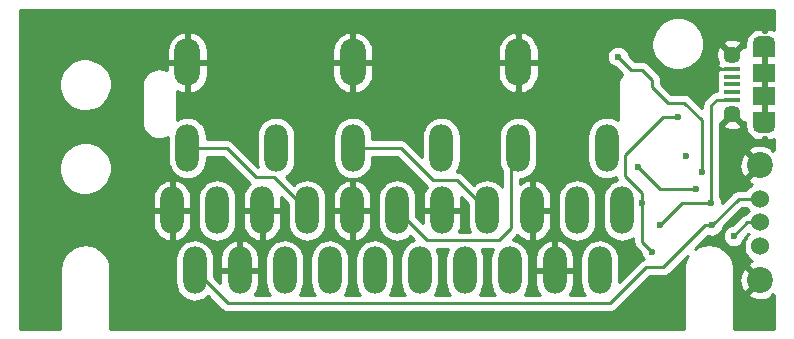
<source format=gtl>
G04 #@! TF.FileFunction,Copper,L1,Top,Signal*
%FSLAX46Y46*%
G04 Gerber Fmt 4.6, Leading zero omitted, Abs format (unit mm)*
G04 Created by KiCad (PCBNEW 4.0.7) date 06/10/18 23:46:38*
%MOMM*%
%LPD*%
G01*
G04 APERTURE LIST*
%ADD10C,0.100000*%
%ADD11C,2.200000*%
%ADD12C,1.524000*%
%ADD13R,1.900000X1.500000*%
%ADD14C,1.450000*%
%ADD15R,1.350000X0.400000*%
%ADD16O,1.900000X1.200000*%
%ADD17R,1.900000X1.200000*%
%ADD18O,2.000000X4.000000*%
%ADD19O,2.200000X4.000000*%
%ADD20C,0.600000*%
%ADD21C,0.250000*%
%ADD22C,0.254000*%
G04 APERTURE END LIST*
D10*
D11*
X182118000Y-127024000D03*
D12*
X182118000Y-122174000D03*
X182118000Y-120174000D03*
X182118000Y-124174000D03*
D11*
X182118000Y-117324000D03*
D13*
X182468000Y-109490000D03*
D14*
X179768000Y-112990000D03*
D15*
X179768000Y-111140000D03*
X179768000Y-111790000D03*
X179768000Y-109190000D03*
X179768000Y-109840000D03*
X179768000Y-110490000D03*
D14*
X179768000Y-107990000D03*
D13*
X182468000Y-111490000D03*
D16*
X182468000Y-113990000D03*
X182468000Y-106990000D03*
D17*
X182468000Y-107590000D03*
X182468000Y-113390000D03*
D18*
X153289000Y-126238000D03*
X149479000Y-126238000D03*
X145669000Y-126238000D03*
X151384000Y-121158000D03*
X147574000Y-121158000D03*
X143764000Y-121158000D03*
X141859000Y-126238000D03*
X139954000Y-121158000D03*
X138049000Y-126238000D03*
X136144000Y-121158000D03*
X134239000Y-126238000D03*
X132334000Y-121158000D03*
X170434000Y-121158000D03*
X168529000Y-126238000D03*
X166624000Y-121158000D03*
X164719000Y-126238000D03*
X162814000Y-121158000D03*
X160909000Y-126238000D03*
X159004000Y-121158000D03*
X157099000Y-126238000D03*
X155194000Y-121158000D03*
D19*
X133634000Y-108628000D03*
X147634000Y-108628000D03*
X161634000Y-108628000D03*
D18*
X133634000Y-115878000D03*
X141134000Y-115878000D03*
X169134000Y-115878000D03*
X161634000Y-115878000D03*
X155134000Y-115878000D03*
X147634000Y-115878000D03*
D20*
X175831500Y-116586000D03*
X178054000Y-122428000D03*
X155143200Y-126339600D03*
X158984000Y-126538000D03*
X177184000Y-117938000D03*
X170084000Y-108138000D03*
X173672500Y-122364500D03*
X177990500Y-120523000D03*
X175196500Y-113220500D03*
X172974000Y-124634000D03*
X172148500Y-120523000D03*
X179895500Y-123317000D03*
X176657000Y-119380000D03*
X171767500Y-117475000D03*
D21*
X178054000Y-122428000D02*
X177482500Y-122428000D01*
X137033000Y-129032000D02*
X134239000Y-126238000D01*
X169418000Y-129032000D02*
X137033000Y-129032000D01*
X172466000Y-125984000D02*
X169418000Y-129032000D01*
X173926500Y-125984000D02*
X172466000Y-125984000D01*
X177482500Y-122428000D02*
X173926500Y-125984000D01*
X182118000Y-120174000D02*
X180308000Y-120174000D01*
X180308000Y-120174000D02*
X178054000Y-122428000D01*
X134239000Y-126238000D02*
X134239000Y-127381000D01*
X179768000Y-109190000D02*
X178278000Y-109190000D01*
X178278000Y-109190000D02*
X178244500Y-109156500D01*
X177184000Y-117938000D02*
X177184000Y-113538000D01*
X177184000Y-113538000D02*
X175684000Y-112038000D01*
X175684000Y-112038000D02*
X174284000Y-112038000D01*
X174284000Y-112038000D02*
X172984000Y-110738000D01*
X172984000Y-110738000D02*
X172984000Y-110138000D01*
X172984000Y-110138000D02*
X172084000Y-109238000D01*
X172084000Y-109238000D02*
X171184000Y-109238000D01*
X171184000Y-109238000D02*
X170084000Y-108138000D01*
X173672500Y-122364500D02*
X175514000Y-120523000D01*
X175514000Y-120523000D02*
X177990500Y-120523000D01*
X179768000Y-111790000D02*
X178468500Y-111790000D01*
X177990500Y-112268000D02*
X177990500Y-120523000D01*
X178468500Y-111790000D02*
X177990500Y-112268000D01*
X151384000Y-121158000D02*
X153924000Y-123698000D01*
X161036000Y-122682000D02*
X161036000Y-116476000D01*
X160020000Y-123698000D02*
X161036000Y-122682000D01*
X153924000Y-123698000D02*
X160020000Y-123698000D01*
X161036000Y-116476000D02*
X161634000Y-115878000D01*
X133634000Y-115878000D02*
X136960000Y-115878000D01*
X140970000Y-118364000D02*
X143764000Y-121158000D01*
X139446000Y-118364000D02*
X140970000Y-118364000D01*
X136960000Y-115878000D02*
X139446000Y-118364000D01*
X147634000Y-115878000D02*
X151692000Y-115878000D01*
X156464000Y-118618000D02*
X159004000Y-121158000D01*
X154432000Y-118618000D02*
X156464000Y-118618000D01*
X151692000Y-115878000D02*
X154432000Y-118618000D01*
X172148500Y-120523000D02*
X172148500Y-119697500D01*
X173926500Y-113220500D02*
X175196500Y-113220500D01*
X170688000Y-116459000D02*
X173926500Y-113220500D01*
X170688000Y-118237000D02*
X170688000Y-116459000D01*
X172148500Y-119697500D02*
X170688000Y-118237000D01*
X172148500Y-123808500D02*
X172148500Y-120523000D01*
X172974000Y-124634000D02*
X172148500Y-123808500D01*
X181038500Y-122174000D02*
X182118000Y-122174000D01*
X179895500Y-123317000D02*
X181038500Y-122174000D01*
X173672500Y-119380000D02*
X176657000Y-119380000D01*
X171767500Y-117475000D02*
X173672500Y-119380000D01*
D22*
G36*
X181017883Y-121045942D02*
X181141965Y-121174432D01*
X181042658Y-121271681D01*
X180938729Y-121423467D01*
X180898697Y-121426969D01*
X180894859Y-121428084D01*
X180890882Y-121428474D01*
X180823679Y-121448764D01*
X180756260Y-121468351D01*
X180752712Y-121470190D01*
X180748887Y-121471345D01*
X180686929Y-121504288D01*
X180624574Y-121536610D01*
X180621449Y-121539105D01*
X180617922Y-121540980D01*
X180563535Y-121585337D01*
X180508654Y-121629148D01*
X180503094Y-121634631D01*
X180502978Y-121634726D01*
X180502889Y-121634834D01*
X180501099Y-121636599D01*
X179743628Y-122394070D01*
X179630233Y-122415701D01*
X179460222Y-122484390D01*
X179306791Y-122584793D01*
X179175783Y-122713086D01*
X179072189Y-122864381D01*
X178999954Y-123032916D01*
X178961831Y-123212272D01*
X178959271Y-123395617D01*
X178992372Y-123575968D01*
X179059872Y-123746454D01*
X179159201Y-123900583D01*
X179286576Y-124032484D01*
X179437144Y-124137131D01*
X179605171Y-124210540D01*
X179784257Y-124249915D01*
X179967579Y-124253755D01*
X180148157Y-124221914D01*
X180319110Y-124155606D01*
X180473929Y-124057355D01*
X180606715Y-123930904D01*
X180712411Y-123781070D01*
X180786992Y-123613560D01*
X180820286Y-123467016D01*
X181127671Y-123159631D01*
X181141965Y-123174432D01*
X181042658Y-123271681D01*
X180887877Y-123497734D01*
X180779950Y-123749546D01*
X180722989Y-124017524D01*
X180719164Y-124291464D01*
X180768620Y-124560928D01*
X180869474Y-124815655D01*
X181017883Y-125045942D01*
X181208196Y-125243016D01*
X181433163Y-125399372D01*
X181465311Y-125413417D01*
X181397034Y-125436664D01*
X181198726Y-125542662D01*
X181090893Y-125817288D01*
X182118000Y-126844395D01*
X182132143Y-126830253D01*
X182311748Y-127009858D01*
X182297605Y-127024000D01*
X182311748Y-127038143D01*
X182132143Y-127217748D01*
X182118000Y-127203605D01*
X181090893Y-128230712D01*
X181198726Y-128505338D01*
X181505384Y-128656216D01*
X181835585Y-128744369D01*
X182176639Y-128766409D01*
X182515439Y-128721489D01*
X182838966Y-128611336D01*
X183037274Y-128505338D01*
X183145106Y-128230714D01*
X183260528Y-128346136D01*
X183274000Y-128332664D01*
X183274000Y-131228000D01*
X179919000Y-131228000D01*
X179919000Y-127082639D01*
X180375591Y-127082639D01*
X180420511Y-127421439D01*
X180530664Y-127744966D01*
X180636662Y-127943274D01*
X180911288Y-128051107D01*
X181938395Y-127024000D01*
X180911288Y-125996893D01*
X180636662Y-126104726D01*
X180485784Y-126411384D01*
X180397631Y-126741585D01*
X180375591Y-127082639D01*
X179919000Y-127082639D01*
X179919000Y-126163759D01*
X179916817Y-126141496D01*
X179919091Y-125978652D01*
X179882956Y-125796158D01*
X179878339Y-125749069D01*
X179864664Y-125703774D01*
X179837766Y-125567931D01*
X179784997Y-125439903D01*
X179757906Y-125350174D01*
X179713902Y-125267414D01*
X179678214Y-125180829D01*
X179626388Y-125102824D01*
X179562287Y-124982268D01*
X179475991Y-124876459D01*
X179446512Y-124832089D01*
X179408976Y-124794290D01*
X179298934Y-124659365D01*
X179164781Y-124548384D01*
X179151485Y-124534995D01*
X179135841Y-124524443D01*
X178977877Y-124393764D01*
X178611346Y-124195581D01*
X178213301Y-124072366D01*
X177798905Y-124028811D01*
X177383941Y-124066576D01*
X176984215Y-124184221D01*
X176614953Y-124377267D01*
X176579653Y-124405649D01*
X177694139Y-123291163D01*
X177763671Y-123321540D01*
X177942757Y-123360915D01*
X178126079Y-123364755D01*
X178306657Y-123332914D01*
X178477610Y-123266606D01*
X178632429Y-123168355D01*
X178765215Y-123041904D01*
X178870911Y-122892070D01*
X178945492Y-122724560D01*
X178978786Y-122578016D01*
X180622802Y-120934000D01*
X180945742Y-120934000D01*
X181017883Y-121045942D01*
X181017883Y-121045942D01*
G37*
X181017883Y-121045942D02*
X181141965Y-121174432D01*
X181042658Y-121271681D01*
X180938729Y-121423467D01*
X180898697Y-121426969D01*
X180894859Y-121428084D01*
X180890882Y-121428474D01*
X180823679Y-121448764D01*
X180756260Y-121468351D01*
X180752712Y-121470190D01*
X180748887Y-121471345D01*
X180686929Y-121504288D01*
X180624574Y-121536610D01*
X180621449Y-121539105D01*
X180617922Y-121540980D01*
X180563535Y-121585337D01*
X180508654Y-121629148D01*
X180503094Y-121634631D01*
X180502978Y-121634726D01*
X180502889Y-121634834D01*
X180501099Y-121636599D01*
X179743628Y-122394070D01*
X179630233Y-122415701D01*
X179460222Y-122484390D01*
X179306791Y-122584793D01*
X179175783Y-122713086D01*
X179072189Y-122864381D01*
X178999954Y-123032916D01*
X178961831Y-123212272D01*
X178959271Y-123395617D01*
X178992372Y-123575968D01*
X179059872Y-123746454D01*
X179159201Y-123900583D01*
X179286576Y-124032484D01*
X179437144Y-124137131D01*
X179605171Y-124210540D01*
X179784257Y-124249915D01*
X179967579Y-124253755D01*
X180148157Y-124221914D01*
X180319110Y-124155606D01*
X180473929Y-124057355D01*
X180606715Y-123930904D01*
X180712411Y-123781070D01*
X180786992Y-123613560D01*
X180820286Y-123467016D01*
X181127671Y-123159631D01*
X181141965Y-123174432D01*
X181042658Y-123271681D01*
X180887877Y-123497734D01*
X180779950Y-123749546D01*
X180722989Y-124017524D01*
X180719164Y-124291464D01*
X180768620Y-124560928D01*
X180869474Y-124815655D01*
X181017883Y-125045942D01*
X181208196Y-125243016D01*
X181433163Y-125399372D01*
X181465311Y-125413417D01*
X181397034Y-125436664D01*
X181198726Y-125542662D01*
X181090893Y-125817288D01*
X182118000Y-126844395D01*
X182132143Y-126830253D01*
X182311748Y-127009858D01*
X182297605Y-127024000D01*
X182311748Y-127038143D01*
X182132143Y-127217748D01*
X182118000Y-127203605D01*
X181090893Y-128230712D01*
X181198726Y-128505338D01*
X181505384Y-128656216D01*
X181835585Y-128744369D01*
X182176639Y-128766409D01*
X182515439Y-128721489D01*
X182838966Y-128611336D01*
X183037274Y-128505338D01*
X183145106Y-128230714D01*
X183260528Y-128346136D01*
X183274000Y-128332664D01*
X183274000Y-131228000D01*
X179919000Y-131228000D01*
X179919000Y-127082639D01*
X180375591Y-127082639D01*
X180420511Y-127421439D01*
X180530664Y-127744966D01*
X180636662Y-127943274D01*
X180911288Y-128051107D01*
X181938395Y-127024000D01*
X180911288Y-125996893D01*
X180636662Y-126104726D01*
X180485784Y-126411384D01*
X180397631Y-126741585D01*
X180375591Y-127082639D01*
X179919000Y-127082639D01*
X179919000Y-126163759D01*
X179916817Y-126141496D01*
X179919091Y-125978652D01*
X179882956Y-125796158D01*
X179878339Y-125749069D01*
X179864664Y-125703774D01*
X179837766Y-125567931D01*
X179784997Y-125439903D01*
X179757906Y-125350174D01*
X179713902Y-125267414D01*
X179678214Y-125180829D01*
X179626388Y-125102824D01*
X179562287Y-124982268D01*
X179475991Y-124876459D01*
X179446512Y-124832089D01*
X179408976Y-124794290D01*
X179298934Y-124659365D01*
X179164781Y-124548384D01*
X179151485Y-124534995D01*
X179135841Y-124524443D01*
X178977877Y-124393764D01*
X178611346Y-124195581D01*
X178213301Y-124072366D01*
X177798905Y-124028811D01*
X177383941Y-124066576D01*
X176984215Y-124184221D01*
X176614953Y-124377267D01*
X176579653Y-124405649D01*
X177694139Y-123291163D01*
X177763671Y-123321540D01*
X177942757Y-123360915D01*
X178126079Y-123364755D01*
X178306657Y-123332914D01*
X178477610Y-123266606D01*
X178632429Y-123168355D01*
X178765215Y-123041904D01*
X178870911Y-122892070D01*
X178945492Y-122724560D01*
X178978786Y-122578016D01*
X180622802Y-120934000D01*
X180945742Y-120934000D01*
X181017883Y-121045942D01*
G36*
X183274000Y-105841452D02*
X183183496Y-105803507D01*
X182945000Y-105755000D01*
X182595000Y-105755000D01*
X182595000Y-106055000D01*
X182341000Y-106055000D01*
X182341000Y-105755000D01*
X181991000Y-105755000D01*
X181752504Y-105803507D01*
X181528054Y-105897610D01*
X181326275Y-106033693D01*
X181154922Y-106206526D01*
X181020579Y-106409467D01*
X180928409Y-106634718D01*
X180924538Y-106672391D01*
X180947625Y-106707672D01*
X180907403Y-106804777D01*
X180883000Y-106927458D01*
X180883000Y-107276979D01*
X180707133Y-107230472D01*
X179947605Y-107990000D01*
X179961748Y-108004143D01*
X179782143Y-108183748D01*
X179768000Y-108169605D01*
X179753858Y-108183748D01*
X179574253Y-108004143D01*
X179588395Y-107990000D01*
X178828867Y-107230472D01*
X178592550Y-107292965D01*
X178479150Y-107535678D01*
X178415281Y-107795849D01*
X178403396Y-108063482D01*
X178443952Y-108328291D01*
X178535391Y-108580100D01*
X178565518Y-108636463D01*
X178530270Y-108689215D01*
X178482403Y-108804777D01*
X178458000Y-108927458D01*
X178458000Y-108931250D01*
X178616750Y-109090000D01*
X178779553Y-109090000D01*
X178670441Y-109161900D01*
X178553975Y-109298550D01*
X178509471Y-109397279D01*
X178458000Y-109448750D01*
X178458000Y-109452542D01*
X178471747Y-109521651D01*
X178454928Y-109640000D01*
X178454928Y-110040000D01*
X178462992Y-110141121D01*
X178471967Y-110170102D01*
X178454928Y-110290000D01*
X178454928Y-110690000D01*
X178462992Y-110791121D01*
X178471967Y-110820102D01*
X178454928Y-110940000D01*
X178454928Y-111031331D01*
X178398623Y-111036851D01*
X178328697Y-111042969D01*
X178324859Y-111044084D01*
X178320882Y-111044474D01*
X178253679Y-111064764D01*
X178186260Y-111084351D01*
X178182712Y-111086190D01*
X178178887Y-111087345D01*
X178116929Y-111120288D01*
X178054574Y-111152610D01*
X178051449Y-111155105D01*
X178047922Y-111156980D01*
X177993535Y-111201337D01*
X177938654Y-111245148D01*
X177933094Y-111250631D01*
X177932978Y-111250726D01*
X177932889Y-111250834D01*
X177931099Y-111252599D01*
X177453099Y-111730599D01*
X177408532Y-111784855D01*
X177363414Y-111838625D01*
X177361489Y-111842126D01*
X177358952Y-111845215D01*
X177325787Y-111907067D01*
X177291957Y-111968604D01*
X177290748Y-111972416D01*
X177288861Y-111975935D01*
X177268348Y-112043031D01*
X177247108Y-112109987D01*
X177246662Y-112113959D01*
X177245494Y-112117781D01*
X177238397Y-112187649D01*
X177230574Y-112257389D01*
X177230520Y-112265194D01*
X177230504Y-112265347D01*
X177230518Y-112265490D01*
X177230500Y-112268000D01*
X177230500Y-112509698D01*
X176221401Y-111500599D01*
X176167145Y-111456032D01*
X176113375Y-111410914D01*
X176109874Y-111408989D01*
X176106785Y-111406452D01*
X176044933Y-111373287D01*
X175983396Y-111339457D01*
X175979584Y-111338248D01*
X175976065Y-111336361D01*
X175908969Y-111315848D01*
X175842013Y-111294608D01*
X175838041Y-111294162D01*
X175834219Y-111292994D01*
X175764351Y-111285897D01*
X175694611Y-111278074D01*
X175686806Y-111278020D01*
X175686653Y-111278004D01*
X175686510Y-111278018D01*
X175684000Y-111278000D01*
X174598802Y-111278000D01*
X173744000Y-110423198D01*
X173744000Y-110138000D01*
X173737149Y-110068123D01*
X173731031Y-109998197D01*
X173729916Y-109994359D01*
X173729526Y-109990382D01*
X173709236Y-109923179D01*
X173689649Y-109855760D01*
X173687810Y-109852212D01*
X173686655Y-109848387D01*
X173653691Y-109786390D01*
X173621389Y-109724074D01*
X173618897Y-109720953D01*
X173617020Y-109717422D01*
X173572624Y-109662987D01*
X173528852Y-109608154D01*
X173523369Y-109602594D01*
X173523274Y-109602478D01*
X173523166Y-109602389D01*
X173521401Y-109600599D01*
X172621401Y-108700599D01*
X172567145Y-108656032D01*
X172513375Y-108610914D01*
X172509874Y-108608989D01*
X172506785Y-108606452D01*
X172444933Y-108573287D01*
X172383396Y-108539457D01*
X172379584Y-108538248D01*
X172376065Y-108536361D01*
X172308969Y-108515848D01*
X172242013Y-108494608D01*
X172238041Y-108494162D01*
X172234219Y-108492994D01*
X172164351Y-108485897D01*
X172094611Y-108478074D01*
X172086806Y-108478020D01*
X172086653Y-108478004D01*
X172086510Y-108478018D01*
X172084000Y-108478000D01*
X171498802Y-108478000D01*
X171007169Y-107986367D01*
X170983425Y-107866448D01*
X170913550Y-107696920D01*
X170812079Y-107544193D01*
X170682875Y-107414084D01*
X170530860Y-107311549D01*
X170361825Y-107240493D01*
X170242139Y-107215925D01*
X172916062Y-107215925D01*
X172995185Y-107647030D01*
X173156536Y-108054557D01*
X173393970Y-108422982D01*
X173698443Y-108738273D01*
X174058358Y-108988421D01*
X174460005Y-109163896D01*
X174888087Y-109258016D01*
X175326297Y-109267195D01*
X175757944Y-109191084D01*
X176166587Y-109032582D01*
X176536661Y-108797726D01*
X176854070Y-108495461D01*
X177106724Y-108137302D01*
X177284999Y-107736889D01*
X177382105Y-107309475D01*
X177385716Y-107050867D01*
X179008472Y-107050867D01*
X179768000Y-107810395D01*
X180527528Y-107050867D01*
X180465035Y-106814550D01*
X180222322Y-106701150D01*
X179962151Y-106637281D01*
X179694518Y-106625396D01*
X179429709Y-106665952D01*
X179177900Y-106757391D01*
X179070965Y-106814550D01*
X179008472Y-107050867D01*
X177385716Y-107050867D01*
X177389096Y-106808847D01*
X177303962Y-106378888D01*
X177136936Y-105973654D01*
X176894381Y-105608580D01*
X176585536Y-105297571D01*
X176222164Y-105052473D01*
X175818105Y-104882622D01*
X175388751Y-104794489D01*
X174950456Y-104791429D01*
X174519914Y-104873559D01*
X174113523Y-105037752D01*
X173746764Y-105277752D01*
X173433607Y-105584419D01*
X173185978Y-105946071D01*
X173013311Y-106348933D01*
X172922182Y-106777662D01*
X172916062Y-107215925D01*
X170242139Y-107215925D01*
X170182207Y-107203623D01*
X169998849Y-107202343D01*
X169818733Y-107236701D01*
X169648722Y-107305390D01*
X169495291Y-107405793D01*
X169364283Y-107534086D01*
X169260689Y-107685381D01*
X169188454Y-107853916D01*
X169150331Y-108033272D01*
X169147771Y-108216617D01*
X169180872Y-108396968D01*
X169248372Y-108567454D01*
X169347701Y-108721583D01*
X169475076Y-108853484D01*
X169625644Y-108958131D01*
X169793671Y-109031540D01*
X169933477Y-109062279D01*
X170462498Y-109591300D01*
X170308706Y-109774581D01*
X170169084Y-110028553D01*
X170081451Y-110304808D01*
X170049145Y-110592823D01*
X170049000Y-110613557D01*
X170049000Y-113510370D01*
X170048280Y-113509774D01*
X169767588Y-113358004D01*
X169462762Y-113263644D01*
X169145414Y-113230290D01*
X168827632Y-113259210D01*
X168521518Y-113349304D01*
X168238734Y-113497140D01*
X167990050Y-113697087D01*
X167784939Y-113941529D01*
X167631214Y-114221155D01*
X167534729Y-114525314D01*
X167499159Y-114842422D01*
X167499000Y-114865250D01*
X167499000Y-116890750D01*
X167530138Y-117208323D01*
X167622367Y-117513800D01*
X167772174Y-117795545D01*
X167973852Y-118042827D01*
X168219720Y-118246226D01*
X168500412Y-118397996D01*
X168805238Y-118492356D01*
X169122586Y-118525710D01*
X169440368Y-118496790D01*
X169746482Y-118406696D01*
X169934964Y-118308160D01*
X169940969Y-118376803D01*
X169942084Y-118380641D01*
X169942474Y-118384618D01*
X169962764Y-118451821D01*
X169982351Y-118519240D01*
X169984190Y-118522788D01*
X169985345Y-118526613D01*
X170010390Y-118573716D01*
X169821518Y-118629304D01*
X169538734Y-118777140D01*
X169290050Y-118977087D01*
X169084939Y-119221529D01*
X168931214Y-119501155D01*
X168834729Y-119805314D01*
X168799159Y-120122422D01*
X168799000Y-120145250D01*
X168799000Y-122170750D01*
X168830138Y-122488323D01*
X168922367Y-122793800D01*
X169072174Y-123075545D01*
X169273852Y-123322827D01*
X169519720Y-123526226D01*
X169800412Y-123677996D01*
X170105238Y-123772356D01*
X170422586Y-123805710D01*
X170740368Y-123776790D01*
X171046482Y-123686696D01*
X171329266Y-123538860D01*
X171388500Y-123491235D01*
X171388500Y-123808500D01*
X171395351Y-123878377D01*
X171401469Y-123948303D01*
X171402584Y-123952141D01*
X171402974Y-123956118D01*
X171423264Y-124023321D01*
X171442851Y-124090740D01*
X171444690Y-124094288D01*
X171445845Y-124098113D01*
X171478799Y-124160091D01*
X171511110Y-124222425D01*
X171513603Y-124225548D01*
X171515480Y-124229078D01*
X171559855Y-124283487D01*
X171603648Y-124338346D01*
X171609131Y-124343906D01*
X171609226Y-124344022D01*
X171609334Y-124344111D01*
X171611099Y-124345901D01*
X172051249Y-124786051D01*
X172070872Y-124892968D01*
X172138372Y-125063454D01*
X172237701Y-125217583D01*
X172271534Y-125252618D01*
X172251179Y-125258764D01*
X172183760Y-125278351D01*
X172180212Y-125280190D01*
X172176387Y-125281345D01*
X172114409Y-125314299D01*
X172052075Y-125346610D01*
X172048952Y-125349103D01*
X172045422Y-125350980D01*
X171991013Y-125395355D01*
X171936154Y-125439148D01*
X171930594Y-125444631D01*
X171930478Y-125444726D01*
X171930389Y-125444834D01*
X171928599Y-125446599D01*
X170164000Y-127211198D01*
X170164000Y-125225250D01*
X170132862Y-124907677D01*
X170040633Y-124602200D01*
X169890826Y-124320455D01*
X169689148Y-124073173D01*
X169443280Y-123869774D01*
X169162588Y-123718004D01*
X168857762Y-123623644D01*
X168540414Y-123590290D01*
X168222632Y-123619210D01*
X167916518Y-123709304D01*
X167633734Y-123857140D01*
X167385050Y-124057087D01*
X167179939Y-124301529D01*
X167026214Y-124581155D01*
X166929729Y-124885314D01*
X166894159Y-125202422D01*
X166894000Y-125225250D01*
X166894000Y-127250750D01*
X166925138Y-127568323D01*
X167017367Y-127873800D01*
X167167174Y-128155545D01*
X167262152Y-128272000D01*
X165988660Y-128272000D01*
X166007895Y-128251954D01*
X166180942Y-127981020D01*
X166297807Y-127681532D01*
X166354000Y-127365000D01*
X166354000Y-126365000D01*
X164846000Y-126365000D01*
X164846000Y-126385000D01*
X164592000Y-126385000D01*
X164592000Y-126365000D01*
X163084000Y-126365000D01*
X163084000Y-127365000D01*
X163140193Y-127681532D01*
X163257058Y-127981020D01*
X163430105Y-128251954D01*
X163449340Y-128272000D01*
X162176225Y-128272000D01*
X162258061Y-128174471D01*
X162411786Y-127894845D01*
X162508271Y-127590686D01*
X162543841Y-127273578D01*
X162544000Y-127250750D01*
X162544000Y-125225250D01*
X162532798Y-125111000D01*
X163084000Y-125111000D01*
X163084000Y-126111000D01*
X164592000Y-126111000D01*
X164592000Y-123767223D01*
X164846000Y-123767223D01*
X164846000Y-126111000D01*
X166354000Y-126111000D01*
X166354000Y-125111000D01*
X166297807Y-124794468D01*
X166180942Y-124494980D01*
X166007895Y-124224046D01*
X165785317Y-123992078D01*
X165521761Y-123807990D01*
X165227355Y-123678856D01*
X165099434Y-123647876D01*
X164846000Y-123767223D01*
X164592000Y-123767223D01*
X164338566Y-123647876D01*
X164210645Y-123678856D01*
X163916239Y-123807990D01*
X163652683Y-123992078D01*
X163430105Y-124224046D01*
X163257058Y-124494980D01*
X163140193Y-124794468D01*
X163084000Y-125111000D01*
X162532798Y-125111000D01*
X162512862Y-124907677D01*
X162420633Y-124602200D01*
X162270826Y-124320455D01*
X162069148Y-124073173D01*
X161823280Y-123869774D01*
X161542588Y-123718004D01*
X161237762Y-123623644D01*
X161175683Y-123617119D01*
X161571988Y-123220814D01*
X161747683Y-123403922D01*
X162011239Y-123588010D01*
X162305645Y-123717144D01*
X162433566Y-123748124D01*
X162687000Y-123628777D01*
X162687000Y-121285000D01*
X162941000Y-121285000D01*
X162941000Y-123628777D01*
X163194434Y-123748124D01*
X163322355Y-123717144D01*
X163616761Y-123588010D01*
X163880317Y-123403922D01*
X164102895Y-123171954D01*
X164275942Y-122901020D01*
X164392807Y-122601532D01*
X164449000Y-122285000D01*
X164449000Y-121285000D01*
X162941000Y-121285000D01*
X162687000Y-121285000D01*
X162667000Y-121285000D01*
X162667000Y-121031000D01*
X162687000Y-121031000D01*
X162687000Y-118687223D01*
X162941000Y-118687223D01*
X162941000Y-121031000D01*
X164449000Y-121031000D01*
X164449000Y-120145250D01*
X164989000Y-120145250D01*
X164989000Y-122170750D01*
X165020138Y-122488323D01*
X165112367Y-122793800D01*
X165262174Y-123075545D01*
X165463852Y-123322827D01*
X165709720Y-123526226D01*
X165990412Y-123677996D01*
X166295238Y-123772356D01*
X166612586Y-123805710D01*
X166930368Y-123776790D01*
X167236482Y-123686696D01*
X167519266Y-123538860D01*
X167767950Y-123338913D01*
X167973061Y-123094471D01*
X168126786Y-122814845D01*
X168223271Y-122510686D01*
X168258841Y-122193578D01*
X168259000Y-122170750D01*
X168259000Y-120145250D01*
X168227862Y-119827677D01*
X168135633Y-119522200D01*
X167985826Y-119240455D01*
X167784148Y-118993173D01*
X167538280Y-118789774D01*
X167257588Y-118638004D01*
X166952762Y-118543644D01*
X166635414Y-118510290D01*
X166317632Y-118539210D01*
X166011518Y-118629304D01*
X165728734Y-118777140D01*
X165480050Y-118977087D01*
X165274939Y-119221529D01*
X165121214Y-119501155D01*
X165024729Y-119805314D01*
X164989159Y-120122422D01*
X164989000Y-120145250D01*
X164449000Y-120145250D01*
X164449000Y-120031000D01*
X164392807Y-119714468D01*
X164275942Y-119414980D01*
X164102895Y-119144046D01*
X163880317Y-118912078D01*
X163616761Y-118727990D01*
X163322355Y-118598856D01*
X163194434Y-118567876D01*
X162941000Y-118687223D01*
X162687000Y-118687223D01*
X162433566Y-118567876D01*
X162305645Y-118598856D01*
X162011239Y-118727990D01*
X161796000Y-118878330D01*
X161796000Y-118509928D01*
X161940368Y-118496790D01*
X162246482Y-118406696D01*
X162529266Y-118258860D01*
X162777950Y-118058913D01*
X162983061Y-117814471D01*
X163136786Y-117534845D01*
X163233271Y-117230686D01*
X163268841Y-116913578D01*
X163269000Y-116890750D01*
X163269000Y-114865250D01*
X163237862Y-114547677D01*
X163145633Y-114242200D01*
X162995826Y-113960455D01*
X162794148Y-113713173D01*
X162548280Y-113509774D01*
X162267588Y-113358004D01*
X161962762Y-113263644D01*
X161645414Y-113230290D01*
X161327632Y-113259210D01*
X161021518Y-113349304D01*
X160738734Y-113497140D01*
X160490050Y-113697087D01*
X160284939Y-113941529D01*
X160131214Y-114221155D01*
X160034729Y-114525314D01*
X159999159Y-114842422D01*
X159999000Y-114865250D01*
X159999000Y-116890750D01*
X160030138Y-117208323D01*
X160122367Y-117513800D01*
X160272174Y-117795545D01*
X160276000Y-117800236D01*
X160276000Y-119130317D01*
X160164148Y-118993173D01*
X159918280Y-118789774D01*
X159637588Y-118638004D01*
X159332762Y-118543644D01*
X159015414Y-118510290D01*
X158697632Y-118539210D01*
X158391518Y-118629304D01*
X158108734Y-118777140D01*
X157881025Y-118960223D01*
X157001401Y-118080599D01*
X156947145Y-118036032D01*
X156893375Y-117990914D01*
X156889874Y-117988989D01*
X156886785Y-117986452D01*
X156824933Y-117953287D01*
X156763396Y-117919457D01*
X156759584Y-117918248D01*
X156756065Y-117916361D01*
X156688969Y-117895848D01*
X156622013Y-117874608D01*
X156618041Y-117874162D01*
X156614219Y-117872994D01*
X156544351Y-117865897D01*
X156474611Y-117858074D01*
X156466806Y-117858020D01*
X156466653Y-117858004D01*
X156466510Y-117858018D01*
X156464000Y-117858000D01*
X156446536Y-117858000D01*
X156483061Y-117814471D01*
X156636786Y-117534845D01*
X156733271Y-117230686D01*
X156768841Y-116913578D01*
X156769000Y-116890750D01*
X156769000Y-114865250D01*
X156737862Y-114547677D01*
X156645633Y-114242200D01*
X156495826Y-113960455D01*
X156294148Y-113713173D01*
X156048280Y-113509774D01*
X155767588Y-113358004D01*
X155462762Y-113263644D01*
X155145414Y-113230290D01*
X154827632Y-113259210D01*
X154521518Y-113349304D01*
X154238734Y-113497140D01*
X153990050Y-113697087D01*
X153784939Y-113941529D01*
X153631214Y-114221155D01*
X153534729Y-114525314D01*
X153499159Y-114842422D01*
X153499000Y-114865250D01*
X153499000Y-116610198D01*
X152229401Y-115340599D01*
X152175145Y-115296032D01*
X152121375Y-115250914D01*
X152117874Y-115248989D01*
X152114785Y-115246452D01*
X152052933Y-115213287D01*
X151991396Y-115179457D01*
X151987584Y-115178248D01*
X151984065Y-115176361D01*
X151916969Y-115155848D01*
X151850013Y-115134608D01*
X151846041Y-115134162D01*
X151842219Y-115132994D01*
X151772351Y-115125897D01*
X151702611Y-115118074D01*
X151694806Y-115118020D01*
X151694653Y-115118004D01*
X151694510Y-115118018D01*
X151692000Y-115118000D01*
X149269000Y-115118000D01*
X149269000Y-114865250D01*
X149237862Y-114547677D01*
X149145633Y-114242200D01*
X148995826Y-113960455D01*
X148794148Y-113713173D01*
X148548280Y-113509774D01*
X148267588Y-113358004D01*
X147962762Y-113263644D01*
X147645414Y-113230290D01*
X147327632Y-113259210D01*
X147021518Y-113349304D01*
X146738734Y-113497140D01*
X146490050Y-113697087D01*
X146284939Y-113941529D01*
X146131214Y-114221155D01*
X146034729Y-114525314D01*
X145999159Y-114842422D01*
X145999000Y-114865250D01*
X145999000Y-116890750D01*
X146030138Y-117208323D01*
X146122367Y-117513800D01*
X146272174Y-117795545D01*
X146473852Y-118042827D01*
X146719720Y-118246226D01*
X147000412Y-118397996D01*
X147305238Y-118492356D01*
X147622586Y-118525710D01*
X147940368Y-118496790D01*
X148246482Y-118406696D01*
X148529266Y-118258860D01*
X148777950Y-118058913D01*
X148983061Y-117814471D01*
X149136786Y-117534845D01*
X149233271Y-117230686D01*
X149268841Y-116913578D01*
X149269000Y-116890750D01*
X149269000Y-116638000D01*
X151377198Y-116638000D01*
X153894599Y-119155401D01*
X153896733Y-119157154D01*
X153732058Y-119414980D01*
X153615193Y-119714468D01*
X153559000Y-120031000D01*
X153559000Y-121031000D01*
X155067000Y-121031000D01*
X155067000Y-121011000D01*
X155321000Y-121011000D01*
X155321000Y-121031000D01*
X156829000Y-121031000D01*
X156829000Y-120057802D01*
X157369000Y-120597802D01*
X157369000Y-122170750D01*
X157400138Y-122488323D01*
X157492367Y-122793800D01*
X157569040Y-122938000D01*
X156632323Y-122938000D01*
X156655942Y-122901020D01*
X156772807Y-122601532D01*
X156829000Y-122285000D01*
X156829000Y-121285000D01*
X155321000Y-121285000D01*
X155321000Y-121305000D01*
X155067000Y-121305000D01*
X155067000Y-121285000D01*
X153559000Y-121285000D01*
X153559000Y-122258198D01*
X153019000Y-121718198D01*
X153019000Y-120145250D01*
X152987862Y-119827677D01*
X152895633Y-119522200D01*
X152745826Y-119240455D01*
X152544148Y-118993173D01*
X152298280Y-118789774D01*
X152017588Y-118638004D01*
X151712762Y-118543644D01*
X151395414Y-118510290D01*
X151077632Y-118539210D01*
X150771518Y-118629304D01*
X150488734Y-118777140D01*
X150240050Y-118977087D01*
X150034939Y-119221529D01*
X149881214Y-119501155D01*
X149784729Y-119805314D01*
X149749159Y-120122422D01*
X149749000Y-120145250D01*
X149749000Y-122170750D01*
X149780138Y-122488323D01*
X149872367Y-122793800D01*
X150022174Y-123075545D01*
X150223852Y-123322827D01*
X150469720Y-123526226D01*
X150750412Y-123677996D01*
X151055238Y-123772356D01*
X151372586Y-123805710D01*
X151690368Y-123776790D01*
X151996482Y-123686696D01*
X152279266Y-123538860D01*
X152506975Y-123355777D01*
X152818666Y-123667468D01*
X152676518Y-123709304D01*
X152393734Y-123857140D01*
X152145050Y-124057087D01*
X151939939Y-124301529D01*
X151786214Y-124581155D01*
X151689729Y-124885314D01*
X151654159Y-125202422D01*
X151654000Y-125225250D01*
X151654000Y-127250750D01*
X151685138Y-127568323D01*
X151777367Y-127873800D01*
X151927174Y-128155545D01*
X152022152Y-128272000D01*
X150746225Y-128272000D01*
X150828061Y-128174471D01*
X150981786Y-127894845D01*
X151078271Y-127590686D01*
X151113841Y-127273578D01*
X151114000Y-127250750D01*
X151114000Y-125225250D01*
X151082862Y-124907677D01*
X150990633Y-124602200D01*
X150840826Y-124320455D01*
X150639148Y-124073173D01*
X150393280Y-123869774D01*
X150112588Y-123718004D01*
X149807762Y-123623644D01*
X149490414Y-123590290D01*
X149172632Y-123619210D01*
X148866518Y-123709304D01*
X148583734Y-123857140D01*
X148335050Y-124057087D01*
X148129939Y-124301529D01*
X147976214Y-124581155D01*
X147879729Y-124885314D01*
X147844159Y-125202422D01*
X147844000Y-125225250D01*
X147844000Y-127250750D01*
X147875138Y-127568323D01*
X147967367Y-127873800D01*
X148117174Y-128155545D01*
X148212152Y-128272000D01*
X146936225Y-128272000D01*
X147018061Y-128174471D01*
X147171786Y-127894845D01*
X147268271Y-127590686D01*
X147303841Y-127273578D01*
X147304000Y-127250750D01*
X147304000Y-125225250D01*
X147272862Y-124907677D01*
X147180633Y-124602200D01*
X147030826Y-124320455D01*
X146829148Y-124073173D01*
X146583280Y-123869774D01*
X146302588Y-123718004D01*
X145997762Y-123623644D01*
X145680414Y-123590290D01*
X145362632Y-123619210D01*
X145056518Y-123709304D01*
X144773734Y-123857140D01*
X144525050Y-124057087D01*
X144319939Y-124301529D01*
X144166214Y-124581155D01*
X144069729Y-124885314D01*
X144034159Y-125202422D01*
X144034000Y-125225250D01*
X144034000Y-127250750D01*
X144065138Y-127568323D01*
X144157367Y-127873800D01*
X144307174Y-128155545D01*
X144402152Y-128272000D01*
X143126225Y-128272000D01*
X143208061Y-128174471D01*
X143361786Y-127894845D01*
X143458271Y-127590686D01*
X143493841Y-127273578D01*
X143494000Y-127250750D01*
X143494000Y-125225250D01*
X143462862Y-124907677D01*
X143370633Y-124602200D01*
X143220826Y-124320455D01*
X143019148Y-124073173D01*
X142773280Y-123869774D01*
X142492588Y-123718004D01*
X142187762Y-123623644D01*
X141870414Y-123590290D01*
X141552632Y-123619210D01*
X141246518Y-123709304D01*
X140963734Y-123857140D01*
X140715050Y-124057087D01*
X140509939Y-124301529D01*
X140356214Y-124581155D01*
X140259729Y-124885314D01*
X140224159Y-125202422D01*
X140224000Y-125225250D01*
X140224000Y-127250750D01*
X140255138Y-127568323D01*
X140347367Y-127873800D01*
X140497174Y-128155545D01*
X140592152Y-128272000D01*
X139318660Y-128272000D01*
X139337895Y-128251954D01*
X139510942Y-127981020D01*
X139627807Y-127681532D01*
X139684000Y-127365000D01*
X139684000Y-126365000D01*
X138176000Y-126365000D01*
X138176000Y-126385000D01*
X137922000Y-126385000D01*
X137922000Y-126365000D01*
X136414000Y-126365000D01*
X136414000Y-127338198D01*
X135874000Y-126798198D01*
X135874000Y-125225250D01*
X135862798Y-125111000D01*
X136414000Y-125111000D01*
X136414000Y-126111000D01*
X137922000Y-126111000D01*
X137922000Y-123767223D01*
X138176000Y-123767223D01*
X138176000Y-126111000D01*
X139684000Y-126111000D01*
X139684000Y-125111000D01*
X139627807Y-124794468D01*
X139510942Y-124494980D01*
X139337895Y-124224046D01*
X139115317Y-123992078D01*
X138851761Y-123807990D01*
X138557355Y-123678856D01*
X138429434Y-123647876D01*
X138176000Y-123767223D01*
X137922000Y-123767223D01*
X137668566Y-123647876D01*
X137540645Y-123678856D01*
X137246239Y-123807990D01*
X136982683Y-123992078D01*
X136760105Y-124224046D01*
X136587058Y-124494980D01*
X136470193Y-124794468D01*
X136414000Y-125111000D01*
X135862798Y-125111000D01*
X135842862Y-124907677D01*
X135750633Y-124602200D01*
X135600826Y-124320455D01*
X135399148Y-124073173D01*
X135153280Y-123869774D01*
X134872588Y-123718004D01*
X134567762Y-123623644D01*
X134250414Y-123590290D01*
X133932632Y-123619210D01*
X133626518Y-123709304D01*
X133343734Y-123857140D01*
X133095050Y-124057087D01*
X132889939Y-124301529D01*
X132736214Y-124581155D01*
X132639729Y-124885314D01*
X132604159Y-125202422D01*
X132604000Y-125225250D01*
X132604000Y-127250750D01*
X132635138Y-127568323D01*
X132727367Y-127873800D01*
X132877174Y-128155545D01*
X133078852Y-128402827D01*
X133324720Y-128606226D01*
X133605412Y-128757996D01*
X133910238Y-128852356D01*
X134227586Y-128885710D01*
X134545368Y-128856790D01*
X134851482Y-128766696D01*
X135134266Y-128618860D01*
X135361975Y-128435777D01*
X136495599Y-129569401D01*
X136549855Y-129613968D01*
X136603625Y-129659086D01*
X136607126Y-129661011D01*
X136610215Y-129663548D01*
X136672102Y-129696732D01*
X136733604Y-129730543D01*
X136737412Y-129731751D01*
X136740935Y-129733640D01*
X136808118Y-129754180D01*
X136874987Y-129775392D01*
X136878954Y-129775837D01*
X136882781Y-129777007D01*
X136952699Y-129784109D01*
X137022389Y-129791926D01*
X137030194Y-129791980D01*
X137030347Y-129791996D01*
X137030490Y-129791982D01*
X137033000Y-129792000D01*
X169418000Y-129792000D01*
X169487877Y-129785149D01*
X169557803Y-129779031D01*
X169561641Y-129777916D01*
X169565618Y-129777526D01*
X169632821Y-129757236D01*
X169700240Y-129737649D01*
X169703788Y-129735810D01*
X169707613Y-129734655D01*
X169769591Y-129701701D01*
X169831925Y-129669390D01*
X169835048Y-129666897D01*
X169838578Y-129665020D01*
X169892987Y-129620645D01*
X169947846Y-129576852D01*
X169953406Y-129571369D01*
X169953522Y-129571274D01*
X169953611Y-129571166D01*
X169955401Y-129569401D01*
X172780802Y-126744000D01*
X173926500Y-126744000D01*
X173996377Y-126737149D01*
X174066303Y-126731031D01*
X174070141Y-126729916D01*
X174074118Y-126729526D01*
X174141321Y-126709236D01*
X174208740Y-126689649D01*
X174212288Y-126687810D01*
X174216113Y-126686655D01*
X174278091Y-126653701D01*
X174340425Y-126621390D01*
X174343548Y-126618897D01*
X174347078Y-126617020D01*
X174401487Y-126572645D01*
X174456346Y-126528852D01*
X174461906Y-126523369D01*
X174462022Y-126523274D01*
X174462111Y-126523166D01*
X174463901Y-126521401D01*
X176015832Y-124969470D01*
X175955222Y-125079720D01*
X175904033Y-125154479D01*
X175868340Y-125237757D01*
X175821646Y-125322693D01*
X175792339Y-125415079D01*
X175739091Y-125539317D01*
X175710988Y-125671533D01*
X175695655Y-125719868D01*
X175690002Y-125770262D01*
X175652040Y-125948862D01*
X175649491Y-126131430D01*
X175649208Y-126133950D01*
X175649000Y-126163759D01*
X175649000Y-126166568D01*
X175646194Y-126367517D01*
X175649000Y-126382806D01*
X175649000Y-131228000D01*
X127119000Y-131228000D01*
X127119000Y-126163759D01*
X127116817Y-126141496D01*
X127119091Y-125978652D01*
X127082956Y-125796158D01*
X127078339Y-125749069D01*
X127064664Y-125703774D01*
X127037766Y-125567931D01*
X126984997Y-125439903D01*
X126957906Y-125350174D01*
X126913902Y-125267414D01*
X126878214Y-125180829D01*
X126826388Y-125102824D01*
X126762287Y-124982268D01*
X126675991Y-124876459D01*
X126646512Y-124832089D01*
X126608976Y-124794290D01*
X126498934Y-124659365D01*
X126364781Y-124548384D01*
X126351485Y-124534995D01*
X126335841Y-124524443D01*
X126177877Y-124393764D01*
X125811346Y-124195581D01*
X125413301Y-124072366D01*
X124998905Y-124028811D01*
X124583941Y-124066576D01*
X124184215Y-124184221D01*
X123814953Y-124377267D01*
X123653686Y-124506929D01*
X123639728Y-124516063D01*
X123627810Y-124527734D01*
X123490219Y-124638360D01*
X123376737Y-124773603D01*
X123340582Y-124809008D01*
X123311993Y-124850761D01*
X123222383Y-124957554D01*
X123155222Y-125079720D01*
X123104033Y-125154479D01*
X123068340Y-125237757D01*
X123021646Y-125322693D01*
X122992339Y-125415079D01*
X122939091Y-125539317D01*
X122910988Y-125671533D01*
X122895655Y-125719868D01*
X122890002Y-125770262D01*
X122852040Y-125948862D01*
X122849491Y-126131430D01*
X122849208Y-126133950D01*
X122849000Y-126163759D01*
X122849000Y-126166568D01*
X122846194Y-126367517D01*
X122849000Y-126382806D01*
X122849000Y-131228000D01*
X119494000Y-131228000D01*
X119494000Y-121285000D01*
X130699000Y-121285000D01*
X130699000Y-122285000D01*
X130755193Y-122601532D01*
X130872058Y-122901020D01*
X131045105Y-123171954D01*
X131267683Y-123403922D01*
X131531239Y-123588010D01*
X131825645Y-123717144D01*
X131953566Y-123748124D01*
X132207000Y-123628777D01*
X132207000Y-121285000D01*
X132461000Y-121285000D01*
X132461000Y-123628777D01*
X132714434Y-123748124D01*
X132842355Y-123717144D01*
X133136761Y-123588010D01*
X133400317Y-123403922D01*
X133622895Y-123171954D01*
X133795942Y-122901020D01*
X133912807Y-122601532D01*
X133969000Y-122285000D01*
X133969000Y-121285000D01*
X132461000Y-121285000D01*
X132207000Y-121285000D01*
X130699000Y-121285000D01*
X119494000Y-121285000D01*
X119494000Y-120031000D01*
X130699000Y-120031000D01*
X130699000Y-121031000D01*
X132207000Y-121031000D01*
X132207000Y-118687223D01*
X132461000Y-118687223D01*
X132461000Y-121031000D01*
X133969000Y-121031000D01*
X133969000Y-120145250D01*
X134509000Y-120145250D01*
X134509000Y-122170750D01*
X134540138Y-122488323D01*
X134632367Y-122793800D01*
X134782174Y-123075545D01*
X134983852Y-123322827D01*
X135229720Y-123526226D01*
X135510412Y-123677996D01*
X135815238Y-123772356D01*
X136132586Y-123805710D01*
X136450368Y-123776790D01*
X136756482Y-123686696D01*
X137039266Y-123538860D01*
X137287950Y-123338913D01*
X137493061Y-123094471D01*
X137646786Y-122814845D01*
X137743271Y-122510686D01*
X137778841Y-122193578D01*
X137779000Y-122170750D01*
X137779000Y-121285000D01*
X138319000Y-121285000D01*
X138319000Y-122285000D01*
X138375193Y-122601532D01*
X138492058Y-122901020D01*
X138665105Y-123171954D01*
X138887683Y-123403922D01*
X139151239Y-123588010D01*
X139445645Y-123717144D01*
X139573566Y-123748124D01*
X139827000Y-123628777D01*
X139827000Y-121285000D01*
X140081000Y-121285000D01*
X140081000Y-123628777D01*
X140334434Y-123748124D01*
X140462355Y-123717144D01*
X140756761Y-123588010D01*
X141020317Y-123403922D01*
X141242895Y-123171954D01*
X141415942Y-122901020D01*
X141532807Y-122601532D01*
X141589000Y-122285000D01*
X141589000Y-121285000D01*
X140081000Y-121285000D01*
X139827000Y-121285000D01*
X138319000Y-121285000D01*
X137779000Y-121285000D01*
X137779000Y-120145250D01*
X137747862Y-119827677D01*
X137655633Y-119522200D01*
X137505826Y-119240455D01*
X137304148Y-118993173D01*
X137058280Y-118789774D01*
X136777588Y-118638004D01*
X136472762Y-118543644D01*
X136155414Y-118510290D01*
X135837632Y-118539210D01*
X135531518Y-118629304D01*
X135248734Y-118777140D01*
X135000050Y-118977087D01*
X134794939Y-119221529D01*
X134641214Y-119501155D01*
X134544729Y-119805314D01*
X134509159Y-120122422D01*
X134509000Y-120145250D01*
X133969000Y-120145250D01*
X133969000Y-120031000D01*
X133912807Y-119714468D01*
X133795942Y-119414980D01*
X133622895Y-119144046D01*
X133400317Y-118912078D01*
X133136761Y-118727990D01*
X132842355Y-118598856D01*
X132714434Y-118567876D01*
X132461000Y-118687223D01*
X132207000Y-118687223D01*
X131953566Y-118567876D01*
X131825645Y-118598856D01*
X131531239Y-118727990D01*
X131267683Y-118912078D01*
X131045105Y-119144046D01*
X130872058Y-119414980D01*
X130755193Y-119714468D01*
X130699000Y-120031000D01*
X119494000Y-120031000D01*
X119494000Y-117792592D01*
X122746062Y-117792592D01*
X122825185Y-118223697D01*
X122986536Y-118631224D01*
X123223970Y-118999649D01*
X123528443Y-119314940D01*
X123888358Y-119565088D01*
X124290005Y-119740563D01*
X124718087Y-119834683D01*
X125156297Y-119843862D01*
X125587944Y-119767751D01*
X125996587Y-119609249D01*
X126366661Y-119374393D01*
X126684070Y-119072128D01*
X126936724Y-118713969D01*
X127114999Y-118313556D01*
X127212105Y-117886142D01*
X127219096Y-117385514D01*
X127133962Y-116955555D01*
X126966936Y-116550321D01*
X126724381Y-116185247D01*
X126415536Y-115874238D01*
X126052164Y-115629140D01*
X125648105Y-115459289D01*
X125218751Y-115371156D01*
X124780456Y-115368096D01*
X124349914Y-115450226D01*
X123943523Y-115614419D01*
X123576764Y-115854419D01*
X123263607Y-116161086D01*
X123015978Y-116522738D01*
X122843311Y-116925600D01*
X122752182Y-117354329D01*
X122746062Y-117792592D01*
X119494000Y-117792592D01*
X119494000Y-110709258D01*
X122746062Y-110709258D01*
X122825185Y-111140363D01*
X122986536Y-111547890D01*
X123223970Y-111916315D01*
X123528443Y-112231606D01*
X123888358Y-112481754D01*
X124290005Y-112657229D01*
X124718087Y-112751349D01*
X125156297Y-112760528D01*
X125587944Y-112684417D01*
X125996587Y-112525915D01*
X126366661Y-112291059D01*
X126684070Y-111988794D01*
X126936724Y-111630635D01*
X127114999Y-111230222D01*
X127212105Y-110802808D01*
X127214747Y-110613557D01*
X129749000Y-110613557D01*
X129749000Y-113642443D01*
X129777282Y-113930881D01*
X129861049Y-114208333D01*
X129997112Y-114464229D01*
X130180287Y-114688825D01*
X130403599Y-114873564D01*
X130658539Y-115011410D01*
X130935399Y-115097112D01*
X131223633Y-115127407D01*
X131512261Y-115101140D01*
X131790291Y-115019311D01*
X131999000Y-114910200D01*
X131999000Y-116890750D01*
X132030138Y-117208323D01*
X132122367Y-117513800D01*
X132272174Y-117795545D01*
X132473852Y-118042827D01*
X132719720Y-118246226D01*
X133000412Y-118397996D01*
X133305238Y-118492356D01*
X133622586Y-118525710D01*
X133940368Y-118496790D01*
X134246482Y-118406696D01*
X134529266Y-118258860D01*
X134777950Y-118058913D01*
X134983061Y-117814471D01*
X135136786Y-117534845D01*
X135233271Y-117230686D01*
X135268841Y-116913578D01*
X135269000Y-116890750D01*
X135269000Y-116638000D01*
X136645198Y-116638000D01*
X138906284Y-118899086D01*
X138887683Y-118912078D01*
X138665105Y-119144046D01*
X138492058Y-119414980D01*
X138375193Y-119714468D01*
X138319000Y-120031000D01*
X138319000Y-121031000D01*
X139827000Y-121031000D01*
X139827000Y-121011000D01*
X140081000Y-121011000D01*
X140081000Y-121031000D01*
X141589000Y-121031000D01*
X141589000Y-120057802D01*
X142129000Y-120597802D01*
X142129000Y-122170750D01*
X142160138Y-122488323D01*
X142252367Y-122793800D01*
X142402174Y-123075545D01*
X142603852Y-123322827D01*
X142849720Y-123526226D01*
X143130412Y-123677996D01*
X143435238Y-123772356D01*
X143752586Y-123805710D01*
X144070368Y-123776790D01*
X144376482Y-123686696D01*
X144659266Y-123538860D01*
X144907950Y-123338913D01*
X145113061Y-123094471D01*
X145266786Y-122814845D01*
X145363271Y-122510686D01*
X145398841Y-122193578D01*
X145399000Y-122170750D01*
X145399000Y-121285000D01*
X145939000Y-121285000D01*
X145939000Y-122285000D01*
X145995193Y-122601532D01*
X146112058Y-122901020D01*
X146285105Y-123171954D01*
X146507683Y-123403922D01*
X146771239Y-123588010D01*
X147065645Y-123717144D01*
X147193566Y-123748124D01*
X147447000Y-123628777D01*
X147447000Y-121285000D01*
X147701000Y-121285000D01*
X147701000Y-123628777D01*
X147954434Y-123748124D01*
X148082355Y-123717144D01*
X148376761Y-123588010D01*
X148640317Y-123403922D01*
X148862895Y-123171954D01*
X149035942Y-122901020D01*
X149152807Y-122601532D01*
X149209000Y-122285000D01*
X149209000Y-121285000D01*
X147701000Y-121285000D01*
X147447000Y-121285000D01*
X145939000Y-121285000D01*
X145399000Y-121285000D01*
X145399000Y-120145250D01*
X145387798Y-120031000D01*
X145939000Y-120031000D01*
X145939000Y-121031000D01*
X147447000Y-121031000D01*
X147447000Y-118687223D01*
X147701000Y-118687223D01*
X147701000Y-121031000D01*
X149209000Y-121031000D01*
X149209000Y-120031000D01*
X149152807Y-119714468D01*
X149035942Y-119414980D01*
X148862895Y-119144046D01*
X148640317Y-118912078D01*
X148376761Y-118727990D01*
X148082355Y-118598856D01*
X147954434Y-118567876D01*
X147701000Y-118687223D01*
X147447000Y-118687223D01*
X147193566Y-118567876D01*
X147065645Y-118598856D01*
X146771239Y-118727990D01*
X146507683Y-118912078D01*
X146285105Y-119144046D01*
X146112058Y-119414980D01*
X145995193Y-119714468D01*
X145939000Y-120031000D01*
X145387798Y-120031000D01*
X145367862Y-119827677D01*
X145275633Y-119522200D01*
X145125826Y-119240455D01*
X144924148Y-118993173D01*
X144678280Y-118789774D01*
X144397588Y-118638004D01*
X144092762Y-118543644D01*
X143775414Y-118510290D01*
X143457632Y-118539210D01*
X143151518Y-118629304D01*
X142868734Y-118777140D01*
X142641025Y-118960223D01*
X141970424Y-118289622D01*
X142029266Y-118258860D01*
X142277950Y-118058913D01*
X142483061Y-117814471D01*
X142636786Y-117534845D01*
X142733271Y-117230686D01*
X142768841Y-116913578D01*
X142769000Y-116890750D01*
X142769000Y-114865250D01*
X142737862Y-114547677D01*
X142645633Y-114242200D01*
X142495826Y-113960455D01*
X142294148Y-113713173D01*
X142048280Y-113509774D01*
X141767588Y-113358004D01*
X141462762Y-113263644D01*
X141145414Y-113230290D01*
X140827632Y-113259210D01*
X140521518Y-113349304D01*
X140238734Y-113497140D01*
X139990050Y-113697087D01*
X139784939Y-113941529D01*
X139631214Y-114221155D01*
X139534729Y-114525314D01*
X139499159Y-114842422D01*
X139499000Y-114865250D01*
X139499000Y-116890750D01*
X139530138Y-117208323D01*
X139601506Y-117444704D01*
X137497401Y-115340599D01*
X137443145Y-115296032D01*
X137389375Y-115250914D01*
X137385874Y-115248989D01*
X137382785Y-115246452D01*
X137320933Y-115213287D01*
X137259396Y-115179457D01*
X137255584Y-115178248D01*
X137252065Y-115176361D01*
X137184969Y-115155848D01*
X137118013Y-115134608D01*
X137114041Y-115134162D01*
X137110219Y-115132994D01*
X137040351Y-115125897D01*
X136970611Y-115118074D01*
X136962806Y-115118020D01*
X136962653Y-115118004D01*
X136962510Y-115118018D01*
X136960000Y-115118000D01*
X135269000Y-115118000D01*
X135269000Y-114865250D01*
X135237862Y-114547677D01*
X135145633Y-114242200D01*
X134995826Y-113960455D01*
X134794148Y-113713173D01*
X134548280Y-113509774D01*
X134267588Y-113358004D01*
X133962762Y-113263644D01*
X133645414Y-113230290D01*
X133327632Y-113259210D01*
X133021518Y-113349304D01*
X132738734Y-113497140D01*
X132719000Y-113513007D01*
X132719000Y-111001189D01*
X132775683Y-111041157D01*
X133087378Y-111179531D01*
X133237878Y-111217175D01*
X133507000Y-111099125D01*
X133507000Y-108755000D01*
X133761000Y-108755000D01*
X133761000Y-111099125D01*
X134030122Y-111217175D01*
X134180622Y-111179531D01*
X134492317Y-111041157D01*
X134771027Y-110844633D01*
X135006042Y-110597511D01*
X135188330Y-110309288D01*
X135310886Y-109991041D01*
X135369000Y-109655000D01*
X135369000Y-108755000D01*
X145899000Y-108755000D01*
X145899000Y-109655000D01*
X145957114Y-109991041D01*
X146079670Y-110309288D01*
X146261958Y-110597511D01*
X146496973Y-110844633D01*
X146775683Y-111041157D01*
X147087378Y-111179531D01*
X147237878Y-111217175D01*
X147507000Y-111099125D01*
X147507000Y-108755000D01*
X147761000Y-108755000D01*
X147761000Y-111099125D01*
X148030122Y-111217175D01*
X148180622Y-111179531D01*
X148492317Y-111041157D01*
X148771027Y-110844633D01*
X149006042Y-110597511D01*
X149188330Y-110309288D01*
X149310886Y-109991041D01*
X149369000Y-109655000D01*
X149369000Y-108755000D01*
X159899000Y-108755000D01*
X159899000Y-109655000D01*
X159957114Y-109991041D01*
X160079670Y-110309288D01*
X160261958Y-110597511D01*
X160496973Y-110844633D01*
X160775683Y-111041157D01*
X161087378Y-111179531D01*
X161237878Y-111217175D01*
X161507000Y-111099125D01*
X161507000Y-108755000D01*
X161761000Y-108755000D01*
X161761000Y-111099125D01*
X162030122Y-111217175D01*
X162180622Y-111179531D01*
X162492317Y-111041157D01*
X162771027Y-110844633D01*
X163006042Y-110597511D01*
X163188330Y-110309288D01*
X163310886Y-109991041D01*
X163369000Y-109655000D01*
X163369000Y-108755000D01*
X161761000Y-108755000D01*
X161507000Y-108755000D01*
X159899000Y-108755000D01*
X149369000Y-108755000D01*
X147761000Y-108755000D01*
X147507000Y-108755000D01*
X145899000Y-108755000D01*
X135369000Y-108755000D01*
X133761000Y-108755000D01*
X133507000Y-108755000D01*
X131899000Y-108755000D01*
X131899000Y-109293004D01*
X131809461Y-109244590D01*
X131532601Y-109158888D01*
X131244367Y-109128593D01*
X130955739Y-109154860D01*
X130677709Y-109236689D01*
X130420869Y-109370962D01*
X130195000Y-109552565D01*
X130008706Y-109774581D01*
X129869084Y-110028553D01*
X129781451Y-110304808D01*
X129749145Y-110592823D01*
X129749000Y-110613557D01*
X127214747Y-110613557D01*
X127219096Y-110302180D01*
X127133962Y-109872221D01*
X126966936Y-109466987D01*
X126724381Y-109101913D01*
X126415536Y-108790904D01*
X126052164Y-108545806D01*
X125648105Y-108375955D01*
X125218751Y-108287822D01*
X124780456Y-108284762D01*
X124349914Y-108366892D01*
X123943523Y-108531085D01*
X123576764Y-108771085D01*
X123263607Y-109077752D01*
X123015978Y-109439404D01*
X122843311Y-109842266D01*
X122752182Y-110270995D01*
X122746062Y-110709258D01*
X119494000Y-110709258D01*
X119494000Y-107601000D01*
X131899000Y-107601000D01*
X131899000Y-108501000D01*
X133507000Y-108501000D01*
X133507000Y-106156875D01*
X133761000Y-106156875D01*
X133761000Y-108501000D01*
X135369000Y-108501000D01*
X135369000Y-107601000D01*
X145899000Y-107601000D01*
X145899000Y-108501000D01*
X147507000Y-108501000D01*
X147507000Y-106156875D01*
X147761000Y-106156875D01*
X147761000Y-108501000D01*
X149369000Y-108501000D01*
X149369000Y-107601000D01*
X159899000Y-107601000D01*
X159899000Y-108501000D01*
X161507000Y-108501000D01*
X161507000Y-106156875D01*
X161761000Y-106156875D01*
X161761000Y-108501000D01*
X163369000Y-108501000D01*
X163369000Y-107601000D01*
X163310886Y-107264959D01*
X163188330Y-106946712D01*
X163006042Y-106658489D01*
X162771027Y-106411367D01*
X162492317Y-106214843D01*
X162180622Y-106076469D01*
X162030122Y-106038825D01*
X161761000Y-106156875D01*
X161507000Y-106156875D01*
X161237878Y-106038825D01*
X161087378Y-106076469D01*
X160775683Y-106214843D01*
X160496973Y-106411367D01*
X160261958Y-106658489D01*
X160079670Y-106946712D01*
X159957114Y-107264959D01*
X159899000Y-107601000D01*
X149369000Y-107601000D01*
X149310886Y-107264959D01*
X149188330Y-106946712D01*
X149006042Y-106658489D01*
X148771027Y-106411367D01*
X148492317Y-106214843D01*
X148180622Y-106076469D01*
X148030122Y-106038825D01*
X147761000Y-106156875D01*
X147507000Y-106156875D01*
X147237878Y-106038825D01*
X147087378Y-106076469D01*
X146775683Y-106214843D01*
X146496973Y-106411367D01*
X146261958Y-106658489D01*
X146079670Y-106946712D01*
X145957114Y-107264959D01*
X145899000Y-107601000D01*
X135369000Y-107601000D01*
X135310886Y-107264959D01*
X135188330Y-106946712D01*
X135006042Y-106658489D01*
X134771027Y-106411367D01*
X134492317Y-106214843D01*
X134180622Y-106076469D01*
X134030122Y-106038825D01*
X133761000Y-106156875D01*
X133507000Y-106156875D01*
X133237878Y-106038825D01*
X133087378Y-106076469D01*
X132775683Y-106214843D01*
X132496973Y-106411367D01*
X132261958Y-106658489D01*
X132079670Y-106946712D01*
X131957114Y-107264959D01*
X131899000Y-107601000D01*
X119494000Y-107601000D01*
X119494000Y-104148000D01*
X183274000Y-104148000D01*
X183274000Y-105841452D01*
X183274000Y-105841452D01*
G37*
X183274000Y-105841452D02*
X183183496Y-105803507D01*
X182945000Y-105755000D01*
X182595000Y-105755000D01*
X182595000Y-106055000D01*
X182341000Y-106055000D01*
X182341000Y-105755000D01*
X181991000Y-105755000D01*
X181752504Y-105803507D01*
X181528054Y-105897610D01*
X181326275Y-106033693D01*
X181154922Y-106206526D01*
X181020579Y-106409467D01*
X180928409Y-106634718D01*
X180924538Y-106672391D01*
X180947625Y-106707672D01*
X180907403Y-106804777D01*
X180883000Y-106927458D01*
X180883000Y-107276979D01*
X180707133Y-107230472D01*
X179947605Y-107990000D01*
X179961748Y-108004143D01*
X179782143Y-108183748D01*
X179768000Y-108169605D01*
X179753858Y-108183748D01*
X179574253Y-108004143D01*
X179588395Y-107990000D01*
X178828867Y-107230472D01*
X178592550Y-107292965D01*
X178479150Y-107535678D01*
X178415281Y-107795849D01*
X178403396Y-108063482D01*
X178443952Y-108328291D01*
X178535391Y-108580100D01*
X178565518Y-108636463D01*
X178530270Y-108689215D01*
X178482403Y-108804777D01*
X178458000Y-108927458D01*
X178458000Y-108931250D01*
X178616750Y-109090000D01*
X178779553Y-109090000D01*
X178670441Y-109161900D01*
X178553975Y-109298550D01*
X178509471Y-109397279D01*
X178458000Y-109448750D01*
X178458000Y-109452542D01*
X178471747Y-109521651D01*
X178454928Y-109640000D01*
X178454928Y-110040000D01*
X178462992Y-110141121D01*
X178471967Y-110170102D01*
X178454928Y-110290000D01*
X178454928Y-110690000D01*
X178462992Y-110791121D01*
X178471967Y-110820102D01*
X178454928Y-110940000D01*
X178454928Y-111031331D01*
X178398623Y-111036851D01*
X178328697Y-111042969D01*
X178324859Y-111044084D01*
X178320882Y-111044474D01*
X178253679Y-111064764D01*
X178186260Y-111084351D01*
X178182712Y-111086190D01*
X178178887Y-111087345D01*
X178116929Y-111120288D01*
X178054574Y-111152610D01*
X178051449Y-111155105D01*
X178047922Y-111156980D01*
X177993535Y-111201337D01*
X177938654Y-111245148D01*
X177933094Y-111250631D01*
X177932978Y-111250726D01*
X177932889Y-111250834D01*
X177931099Y-111252599D01*
X177453099Y-111730599D01*
X177408532Y-111784855D01*
X177363414Y-111838625D01*
X177361489Y-111842126D01*
X177358952Y-111845215D01*
X177325787Y-111907067D01*
X177291957Y-111968604D01*
X177290748Y-111972416D01*
X177288861Y-111975935D01*
X177268348Y-112043031D01*
X177247108Y-112109987D01*
X177246662Y-112113959D01*
X177245494Y-112117781D01*
X177238397Y-112187649D01*
X177230574Y-112257389D01*
X177230520Y-112265194D01*
X177230504Y-112265347D01*
X177230518Y-112265490D01*
X177230500Y-112268000D01*
X177230500Y-112509698D01*
X176221401Y-111500599D01*
X176167145Y-111456032D01*
X176113375Y-111410914D01*
X176109874Y-111408989D01*
X176106785Y-111406452D01*
X176044933Y-111373287D01*
X175983396Y-111339457D01*
X175979584Y-111338248D01*
X175976065Y-111336361D01*
X175908969Y-111315848D01*
X175842013Y-111294608D01*
X175838041Y-111294162D01*
X175834219Y-111292994D01*
X175764351Y-111285897D01*
X175694611Y-111278074D01*
X175686806Y-111278020D01*
X175686653Y-111278004D01*
X175686510Y-111278018D01*
X175684000Y-111278000D01*
X174598802Y-111278000D01*
X173744000Y-110423198D01*
X173744000Y-110138000D01*
X173737149Y-110068123D01*
X173731031Y-109998197D01*
X173729916Y-109994359D01*
X173729526Y-109990382D01*
X173709236Y-109923179D01*
X173689649Y-109855760D01*
X173687810Y-109852212D01*
X173686655Y-109848387D01*
X173653691Y-109786390D01*
X173621389Y-109724074D01*
X173618897Y-109720953D01*
X173617020Y-109717422D01*
X173572624Y-109662987D01*
X173528852Y-109608154D01*
X173523369Y-109602594D01*
X173523274Y-109602478D01*
X173523166Y-109602389D01*
X173521401Y-109600599D01*
X172621401Y-108700599D01*
X172567145Y-108656032D01*
X172513375Y-108610914D01*
X172509874Y-108608989D01*
X172506785Y-108606452D01*
X172444933Y-108573287D01*
X172383396Y-108539457D01*
X172379584Y-108538248D01*
X172376065Y-108536361D01*
X172308969Y-108515848D01*
X172242013Y-108494608D01*
X172238041Y-108494162D01*
X172234219Y-108492994D01*
X172164351Y-108485897D01*
X172094611Y-108478074D01*
X172086806Y-108478020D01*
X172086653Y-108478004D01*
X172086510Y-108478018D01*
X172084000Y-108478000D01*
X171498802Y-108478000D01*
X171007169Y-107986367D01*
X170983425Y-107866448D01*
X170913550Y-107696920D01*
X170812079Y-107544193D01*
X170682875Y-107414084D01*
X170530860Y-107311549D01*
X170361825Y-107240493D01*
X170242139Y-107215925D01*
X172916062Y-107215925D01*
X172995185Y-107647030D01*
X173156536Y-108054557D01*
X173393970Y-108422982D01*
X173698443Y-108738273D01*
X174058358Y-108988421D01*
X174460005Y-109163896D01*
X174888087Y-109258016D01*
X175326297Y-109267195D01*
X175757944Y-109191084D01*
X176166587Y-109032582D01*
X176536661Y-108797726D01*
X176854070Y-108495461D01*
X177106724Y-108137302D01*
X177284999Y-107736889D01*
X177382105Y-107309475D01*
X177385716Y-107050867D01*
X179008472Y-107050867D01*
X179768000Y-107810395D01*
X180527528Y-107050867D01*
X180465035Y-106814550D01*
X180222322Y-106701150D01*
X179962151Y-106637281D01*
X179694518Y-106625396D01*
X179429709Y-106665952D01*
X179177900Y-106757391D01*
X179070965Y-106814550D01*
X179008472Y-107050867D01*
X177385716Y-107050867D01*
X177389096Y-106808847D01*
X177303962Y-106378888D01*
X177136936Y-105973654D01*
X176894381Y-105608580D01*
X176585536Y-105297571D01*
X176222164Y-105052473D01*
X175818105Y-104882622D01*
X175388751Y-104794489D01*
X174950456Y-104791429D01*
X174519914Y-104873559D01*
X174113523Y-105037752D01*
X173746764Y-105277752D01*
X173433607Y-105584419D01*
X173185978Y-105946071D01*
X173013311Y-106348933D01*
X172922182Y-106777662D01*
X172916062Y-107215925D01*
X170242139Y-107215925D01*
X170182207Y-107203623D01*
X169998849Y-107202343D01*
X169818733Y-107236701D01*
X169648722Y-107305390D01*
X169495291Y-107405793D01*
X169364283Y-107534086D01*
X169260689Y-107685381D01*
X169188454Y-107853916D01*
X169150331Y-108033272D01*
X169147771Y-108216617D01*
X169180872Y-108396968D01*
X169248372Y-108567454D01*
X169347701Y-108721583D01*
X169475076Y-108853484D01*
X169625644Y-108958131D01*
X169793671Y-109031540D01*
X169933477Y-109062279D01*
X170462498Y-109591300D01*
X170308706Y-109774581D01*
X170169084Y-110028553D01*
X170081451Y-110304808D01*
X170049145Y-110592823D01*
X170049000Y-110613557D01*
X170049000Y-113510370D01*
X170048280Y-113509774D01*
X169767588Y-113358004D01*
X169462762Y-113263644D01*
X169145414Y-113230290D01*
X168827632Y-113259210D01*
X168521518Y-113349304D01*
X168238734Y-113497140D01*
X167990050Y-113697087D01*
X167784939Y-113941529D01*
X167631214Y-114221155D01*
X167534729Y-114525314D01*
X167499159Y-114842422D01*
X167499000Y-114865250D01*
X167499000Y-116890750D01*
X167530138Y-117208323D01*
X167622367Y-117513800D01*
X167772174Y-117795545D01*
X167973852Y-118042827D01*
X168219720Y-118246226D01*
X168500412Y-118397996D01*
X168805238Y-118492356D01*
X169122586Y-118525710D01*
X169440368Y-118496790D01*
X169746482Y-118406696D01*
X169934964Y-118308160D01*
X169940969Y-118376803D01*
X169942084Y-118380641D01*
X169942474Y-118384618D01*
X169962764Y-118451821D01*
X169982351Y-118519240D01*
X169984190Y-118522788D01*
X169985345Y-118526613D01*
X170010390Y-118573716D01*
X169821518Y-118629304D01*
X169538734Y-118777140D01*
X169290050Y-118977087D01*
X169084939Y-119221529D01*
X168931214Y-119501155D01*
X168834729Y-119805314D01*
X168799159Y-120122422D01*
X168799000Y-120145250D01*
X168799000Y-122170750D01*
X168830138Y-122488323D01*
X168922367Y-122793800D01*
X169072174Y-123075545D01*
X169273852Y-123322827D01*
X169519720Y-123526226D01*
X169800412Y-123677996D01*
X170105238Y-123772356D01*
X170422586Y-123805710D01*
X170740368Y-123776790D01*
X171046482Y-123686696D01*
X171329266Y-123538860D01*
X171388500Y-123491235D01*
X171388500Y-123808500D01*
X171395351Y-123878377D01*
X171401469Y-123948303D01*
X171402584Y-123952141D01*
X171402974Y-123956118D01*
X171423264Y-124023321D01*
X171442851Y-124090740D01*
X171444690Y-124094288D01*
X171445845Y-124098113D01*
X171478799Y-124160091D01*
X171511110Y-124222425D01*
X171513603Y-124225548D01*
X171515480Y-124229078D01*
X171559855Y-124283487D01*
X171603648Y-124338346D01*
X171609131Y-124343906D01*
X171609226Y-124344022D01*
X171609334Y-124344111D01*
X171611099Y-124345901D01*
X172051249Y-124786051D01*
X172070872Y-124892968D01*
X172138372Y-125063454D01*
X172237701Y-125217583D01*
X172271534Y-125252618D01*
X172251179Y-125258764D01*
X172183760Y-125278351D01*
X172180212Y-125280190D01*
X172176387Y-125281345D01*
X172114409Y-125314299D01*
X172052075Y-125346610D01*
X172048952Y-125349103D01*
X172045422Y-125350980D01*
X171991013Y-125395355D01*
X171936154Y-125439148D01*
X171930594Y-125444631D01*
X171930478Y-125444726D01*
X171930389Y-125444834D01*
X171928599Y-125446599D01*
X170164000Y-127211198D01*
X170164000Y-125225250D01*
X170132862Y-124907677D01*
X170040633Y-124602200D01*
X169890826Y-124320455D01*
X169689148Y-124073173D01*
X169443280Y-123869774D01*
X169162588Y-123718004D01*
X168857762Y-123623644D01*
X168540414Y-123590290D01*
X168222632Y-123619210D01*
X167916518Y-123709304D01*
X167633734Y-123857140D01*
X167385050Y-124057087D01*
X167179939Y-124301529D01*
X167026214Y-124581155D01*
X166929729Y-124885314D01*
X166894159Y-125202422D01*
X166894000Y-125225250D01*
X166894000Y-127250750D01*
X166925138Y-127568323D01*
X167017367Y-127873800D01*
X167167174Y-128155545D01*
X167262152Y-128272000D01*
X165988660Y-128272000D01*
X166007895Y-128251954D01*
X166180942Y-127981020D01*
X166297807Y-127681532D01*
X166354000Y-127365000D01*
X166354000Y-126365000D01*
X164846000Y-126365000D01*
X164846000Y-126385000D01*
X164592000Y-126385000D01*
X164592000Y-126365000D01*
X163084000Y-126365000D01*
X163084000Y-127365000D01*
X163140193Y-127681532D01*
X163257058Y-127981020D01*
X163430105Y-128251954D01*
X163449340Y-128272000D01*
X162176225Y-128272000D01*
X162258061Y-128174471D01*
X162411786Y-127894845D01*
X162508271Y-127590686D01*
X162543841Y-127273578D01*
X162544000Y-127250750D01*
X162544000Y-125225250D01*
X162532798Y-125111000D01*
X163084000Y-125111000D01*
X163084000Y-126111000D01*
X164592000Y-126111000D01*
X164592000Y-123767223D01*
X164846000Y-123767223D01*
X164846000Y-126111000D01*
X166354000Y-126111000D01*
X166354000Y-125111000D01*
X166297807Y-124794468D01*
X166180942Y-124494980D01*
X166007895Y-124224046D01*
X165785317Y-123992078D01*
X165521761Y-123807990D01*
X165227355Y-123678856D01*
X165099434Y-123647876D01*
X164846000Y-123767223D01*
X164592000Y-123767223D01*
X164338566Y-123647876D01*
X164210645Y-123678856D01*
X163916239Y-123807990D01*
X163652683Y-123992078D01*
X163430105Y-124224046D01*
X163257058Y-124494980D01*
X163140193Y-124794468D01*
X163084000Y-125111000D01*
X162532798Y-125111000D01*
X162512862Y-124907677D01*
X162420633Y-124602200D01*
X162270826Y-124320455D01*
X162069148Y-124073173D01*
X161823280Y-123869774D01*
X161542588Y-123718004D01*
X161237762Y-123623644D01*
X161175683Y-123617119D01*
X161571988Y-123220814D01*
X161747683Y-123403922D01*
X162011239Y-123588010D01*
X162305645Y-123717144D01*
X162433566Y-123748124D01*
X162687000Y-123628777D01*
X162687000Y-121285000D01*
X162941000Y-121285000D01*
X162941000Y-123628777D01*
X163194434Y-123748124D01*
X163322355Y-123717144D01*
X163616761Y-123588010D01*
X163880317Y-123403922D01*
X164102895Y-123171954D01*
X164275942Y-122901020D01*
X164392807Y-122601532D01*
X164449000Y-122285000D01*
X164449000Y-121285000D01*
X162941000Y-121285000D01*
X162687000Y-121285000D01*
X162667000Y-121285000D01*
X162667000Y-121031000D01*
X162687000Y-121031000D01*
X162687000Y-118687223D01*
X162941000Y-118687223D01*
X162941000Y-121031000D01*
X164449000Y-121031000D01*
X164449000Y-120145250D01*
X164989000Y-120145250D01*
X164989000Y-122170750D01*
X165020138Y-122488323D01*
X165112367Y-122793800D01*
X165262174Y-123075545D01*
X165463852Y-123322827D01*
X165709720Y-123526226D01*
X165990412Y-123677996D01*
X166295238Y-123772356D01*
X166612586Y-123805710D01*
X166930368Y-123776790D01*
X167236482Y-123686696D01*
X167519266Y-123538860D01*
X167767950Y-123338913D01*
X167973061Y-123094471D01*
X168126786Y-122814845D01*
X168223271Y-122510686D01*
X168258841Y-122193578D01*
X168259000Y-122170750D01*
X168259000Y-120145250D01*
X168227862Y-119827677D01*
X168135633Y-119522200D01*
X167985826Y-119240455D01*
X167784148Y-118993173D01*
X167538280Y-118789774D01*
X167257588Y-118638004D01*
X166952762Y-118543644D01*
X166635414Y-118510290D01*
X166317632Y-118539210D01*
X166011518Y-118629304D01*
X165728734Y-118777140D01*
X165480050Y-118977087D01*
X165274939Y-119221529D01*
X165121214Y-119501155D01*
X165024729Y-119805314D01*
X164989159Y-120122422D01*
X164989000Y-120145250D01*
X164449000Y-120145250D01*
X164449000Y-120031000D01*
X164392807Y-119714468D01*
X164275942Y-119414980D01*
X164102895Y-119144046D01*
X163880317Y-118912078D01*
X163616761Y-118727990D01*
X163322355Y-118598856D01*
X163194434Y-118567876D01*
X162941000Y-118687223D01*
X162687000Y-118687223D01*
X162433566Y-118567876D01*
X162305645Y-118598856D01*
X162011239Y-118727990D01*
X161796000Y-118878330D01*
X161796000Y-118509928D01*
X161940368Y-118496790D01*
X162246482Y-118406696D01*
X162529266Y-118258860D01*
X162777950Y-118058913D01*
X162983061Y-117814471D01*
X163136786Y-117534845D01*
X163233271Y-117230686D01*
X163268841Y-116913578D01*
X163269000Y-116890750D01*
X163269000Y-114865250D01*
X163237862Y-114547677D01*
X163145633Y-114242200D01*
X162995826Y-113960455D01*
X162794148Y-113713173D01*
X162548280Y-113509774D01*
X162267588Y-113358004D01*
X161962762Y-113263644D01*
X161645414Y-113230290D01*
X161327632Y-113259210D01*
X161021518Y-113349304D01*
X160738734Y-113497140D01*
X160490050Y-113697087D01*
X160284939Y-113941529D01*
X160131214Y-114221155D01*
X160034729Y-114525314D01*
X159999159Y-114842422D01*
X159999000Y-114865250D01*
X159999000Y-116890750D01*
X160030138Y-117208323D01*
X160122367Y-117513800D01*
X160272174Y-117795545D01*
X160276000Y-117800236D01*
X160276000Y-119130317D01*
X160164148Y-118993173D01*
X159918280Y-118789774D01*
X159637588Y-118638004D01*
X159332762Y-118543644D01*
X159015414Y-118510290D01*
X158697632Y-118539210D01*
X158391518Y-118629304D01*
X158108734Y-118777140D01*
X157881025Y-118960223D01*
X157001401Y-118080599D01*
X156947145Y-118036032D01*
X156893375Y-117990914D01*
X156889874Y-117988989D01*
X156886785Y-117986452D01*
X156824933Y-117953287D01*
X156763396Y-117919457D01*
X156759584Y-117918248D01*
X156756065Y-117916361D01*
X156688969Y-117895848D01*
X156622013Y-117874608D01*
X156618041Y-117874162D01*
X156614219Y-117872994D01*
X156544351Y-117865897D01*
X156474611Y-117858074D01*
X156466806Y-117858020D01*
X156466653Y-117858004D01*
X156466510Y-117858018D01*
X156464000Y-117858000D01*
X156446536Y-117858000D01*
X156483061Y-117814471D01*
X156636786Y-117534845D01*
X156733271Y-117230686D01*
X156768841Y-116913578D01*
X156769000Y-116890750D01*
X156769000Y-114865250D01*
X156737862Y-114547677D01*
X156645633Y-114242200D01*
X156495826Y-113960455D01*
X156294148Y-113713173D01*
X156048280Y-113509774D01*
X155767588Y-113358004D01*
X155462762Y-113263644D01*
X155145414Y-113230290D01*
X154827632Y-113259210D01*
X154521518Y-113349304D01*
X154238734Y-113497140D01*
X153990050Y-113697087D01*
X153784939Y-113941529D01*
X153631214Y-114221155D01*
X153534729Y-114525314D01*
X153499159Y-114842422D01*
X153499000Y-114865250D01*
X153499000Y-116610198D01*
X152229401Y-115340599D01*
X152175145Y-115296032D01*
X152121375Y-115250914D01*
X152117874Y-115248989D01*
X152114785Y-115246452D01*
X152052933Y-115213287D01*
X151991396Y-115179457D01*
X151987584Y-115178248D01*
X151984065Y-115176361D01*
X151916969Y-115155848D01*
X151850013Y-115134608D01*
X151846041Y-115134162D01*
X151842219Y-115132994D01*
X151772351Y-115125897D01*
X151702611Y-115118074D01*
X151694806Y-115118020D01*
X151694653Y-115118004D01*
X151694510Y-115118018D01*
X151692000Y-115118000D01*
X149269000Y-115118000D01*
X149269000Y-114865250D01*
X149237862Y-114547677D01*
X149145633Y-114242200D01*
X148995826Y-113960455D01*
X148794148Y-113713173D01*
X148548280Y-113509774D01*
X148267588Y-113358004D01*
X147962762Y-113263644D01*
X147645414Y-113230290D01*
X147327632Y-113259210D01*
X147021518Y-113349304D01*
X146738734Y-113497140D01*
X146490050Y-113697087D01*
X146284939Y-113941529D01*
X146131214Y-114221155D01*
X146034729Y-114525314D01*
X145999159Y-114842422D01*
X145999000Y-114865250D01*
X145999000Y-116890750D01*
X146030138Y-117208323D01*
X146122367Y-117513800D01*
X146272174Y-117795545D01*
X146473852Y-118042827D01*
X146719720Y-118246226D01*
X147000412Y-118397996D01*
X147305238Y-118492356D01*
X147622586Y-118525710D01*
X147940368Y-118496790D01*
X148246482Y-118406696D01*
X148529266Y-118258860D01*
X148777950Y-118058913D01*
X148983061Y-117814471D01*
X149136786Y-117534845D01*
X149233271Y-117230686D01*
X149268841Y-116913578D01*
X149269000Y-116890750D01*
X149269000Y-116638000D01*
X151377198Y-116638000D01*
X153894599Y-119155401D01*
X153896733Y-119157154D01*
X153732058Y-119414980D01*
X153615193Y-119714468D01*
X153559000Y-120031000D01*
X153559000Y-121031000D01*
X155067000Y-121031000D01*
X155067000Y-121011000D01*
X155321000Y-121011000D01*
X155321000Y-121031000D01*
X156829000Y-121031000D01*
X156829000Y-120057802D01*
X157369000Y-120597802D01*
X157369000Y-122170750D01*
X157400138Y-122488323D01*
X157492367Y-122793800D01*
X157569040Y-122938000D01*
X156632323Y-122938000D01*
X156655942Y-122901020D01*
X156772807Y-122601532D01*
X156829000Y-122285000D01*
X156829000Y-121285000D01*
X155321000Y-121285000D01*
X155321000Y-121305000D01*
X155067000Y-121305000D01*
X155067000Y-121285000D01*
X153559000Y-121285000D01*
X153559000Y-122258198D01*
X153019000Y-121718198D01*
X153019000Y-120145250D01*
X152987862Y-119827677D01*
X152895633Y-119522200D01*
X152745826Y-119240455D01*
X152544148Y-118993173D01*
X152298280Y-118789774D01*
X152017588Y-118638004D01*
X151712762Y-118543644D01*
X151395414Y-118510290D01*
X151077632Y-118539210D01*
X150771518Y-118629304D01*
X150488734Y-118777140D01*
X150240050Y-118977087D01*
X150034939Y-119221529D01*
X149881214Y-119501155D01*
X149784729Y-119805314D01*
X149749159Y-120122422D01*
X149749000Y-120145250D01*
X149749000Y-122170750D01*
X149780138Y-122488323D01*
X149872367Y-122793800D01*
X150022174Y-123075545D01*
X150223852Y-123322827D01*
X150469720Y-123526226D01*
X150750412Y-123677996D01*
X151055238Y-123772356D01*
X151372586Y-123805710D01*
X151690368Y-123776790D01*
X151996482Y-123686696D01*
X152279266Y-123538860D01*
X152506975Y-123355777D01*
X152818666Y-123667468D01*
X152676518Y-123709304D01*
X152393734Y-123857140D01*
X152145050Y-124057087D01*
X151939939Y-124301529D01*
X151786214Y-124581155D01*
X151689729Y-124885314D01*
X151654159Y-125202422D01*
X151654000Y-125225250D01*
X151654000Y-127250750D01*
X151685138Y-127568323D01*
X151777367Y-127873800D01*
X151927174Y-128155545D01*
X152022152Y-128272000D01*
X150746225Y-128272000D01*
X150828061Y-128174471D01*
X150981786Y-127894845D01*
X151078271Y-127590686D01*
X151113841Y-127273578D01*
X151114000Y-127250750D01*
X151114000Y-125225250D01*
X151082862Y-124907677D01*
X150990633Y-124602200D01*
X150840826Y-124320455D01*
X150639148Y-124073173D01*
X150393280Y-123869774D01*
X150112588Y-123718004D01*
X149807762Y-123623644D01*
X149490414Y-123590290D01*
X149172632Y-123619210D01*
X148866518Y-123709304D01*
X148583734Y-123857140D01*
X148335050Y-124057087D01*
X148129939Y-124301529D01*
X147976214Y-124581155D01*
X147879729Y-124885314D01*
X147844159Y-125202422D01*
X147844000Y-125225250D01*
X147844000Y-127250750D01*
X147875138Y-127568323D01*
X147967367Y-127873800D01*
X148117174Y-128155545D01*
X148212152Y-128272000D01*
X146936225Y-128272000D01*
X147018061Y-128174471D01*
X147171786Y-127894845D01*
X147268271Y-127590686D01*
X147303841Y-127273578D01*
X147304000Y-127250750D01*
X147304000Y-125225250D01*
X147272862Y-124907677D01*
X147180633Y-124602200D01*
X147030826Y-124320455D01*
X146829148Y-124073173D01*
X146583280Y-123869774D01*
X146302588Y-123718004D01*
X145997762Y-123623644D01*
X145680414Y-123590290D01*
X145362632Y-123619210D01*
X145056518Y-123709304D01*
X144773734Y-123857140D01*
X144525050Y-124057087D01*
X144319939Y-124301529D01*
X144166214Y-124581155D01*
X144069729Y-124885314D01*
X144034159Y-125202422D01*
X144034000Y-125225250D01*
X144034000Y-127250750D01*
X144065138Y-127568323D01*
X144157367Y-127873800D01*
X144307174Y-128155545D01*
X144402152Y-128272000D01*
X143126225Y-128272000D01*
X143208061Y-128174471D01*
X143361786Y-127894845D01*
X143458271Y-127590686D01*
X143493841Y-127273578D01*
X143494000Y-127250750D01*
X143494000Y-125225250D01*
X143462862Y-124907677D01*
X143370633Y-124602200D01*
X143220826Y-124320455D01*
X143019148Y-124073173D01*
X142773280Y-123869774D01*
X142492588Y-123718004D01*
X142187762Y-123623644D01*
X141870414Y-123590290D01*
X141552632Y-123619210D01*
X141246518Y-123709304D01*
X140963734Y-123857140D01*
X140715050Y-124057087D01*
X140509939Y-124301529D01*
X140356214Y-124581155D01*
X140259729Y-124885314D01*
X140224159Y-125202422D01*
X140224000Y-125225250D01*
X140224000Y-127250750D01*
X140255138Y-127568323D01*
X140347367Y-127873800D01*
X140497174Y-128155545D01*
X140592152Y-128272000D01*
X139318660Y-128272000D01*
X139337895Y-128251954D01*
X139510942Y-127981020D01*
X139627807Y-127681532D01*
X139684000Y-127365000D01*
X139684000Y-126365000D01*
X138176000Y-126365000D01*
X138176000Y-126385000D01*
X137922000Y-126385000D01*
X137922000Y-126365000D01*
X136414000Y-126365000D01*
X136414000Y-127338198D01*
X135874000Y-126798198D01*
X135874000Y-125225250D01*
X135862798Y-125111000D01*
X136414000Y-125111000D01*
X136414000Y-126111000D01*
X137922000Y-126111000D01*
X137922000Y-123767223D01*
X138176000Y-123767223D01*
X138176000Y-126111000D01*
X139684000Y-126111000D01*
X139684000Y-125111000D01*
X139627807Y-124794468D01*
X139510942Y-124494980D01*
X139337895Y-124224046D01*
X139115317Y-123992078D01*
X138851761Y-123807990D01*
X138557355Y-123678856D01*
X138429434Y-123647876D01*
X138176000Y-123767223D01*
X137922000Y-123767223D01*
X137668566Y-123647876D01*
X137540645Y-123678856D01*
X137246239Y-123807990D01*
X136982683Y-123992078D01*
X136760105Y-124224046D01*
X136587058Y-124494980D01*
X136470193Y-124794468D01*
X136414000Y-125111000D01*
X135862798Y-125111000D01*
X135842862Y-124907677D01*
X135750633Y-124602200D01*
X135600826Y-124320455D01*
X135399148Y-124073173D01*
X135153280Y-123869774D01*
X134872588Y-123718004D01*
X134567762Y-123623644D01*
X134250414Y-123590290D01*
X133932632Y-123619210D01*
X133626518Y-123709304D01*
X133343734Y-123857140D01*
X133095050Y-124057087D01*
X132889939Y-124301529D01*
X132736214Y-124581155D01*
X132639729Y-124885314D01*
X132604159Y-125202422D01*
X132604000Y-125225250D01*
X132604000Y-127250750D01*
X132635138Y-127568323D01*
X132727367Y-127873800D01*
X132877174Y-128155545D01*
X133078852Y-128402827D01*
X133324720Y-128606226D01*
X133605412Y-128757996D01*
X133910238Y-128852356D01*
X134227586Y-128885710D01*
X134545368Y-128856790D01*
X134851482Y-128766696D01*
X135134266Y-128618860D01*
X135361975Y-128435777D01*
X136495599Y-129569401D01*
X136549855Y-129613968D01*
X136603625Y-129659086D01*
X136607126Y-129661011D01*
X136610215Y-129663548D01*
X136672102Y-129696732D01*
X136733604Y-129730543D01*
X136737412Y-129731751D01*
X136740935Y-129733640D01*
X136808118Y-129754180D01*
X136874987Y-129775392D01*
X136878954Y-129775837D01*
X136882781Y-129777007D01*
X136952699Y-129784109D01*
X137022389Y-129791926D01*
X137030194Y-129791980D01*
X137030347Y-129791996D01*
X137030490Y-129791982D01*
X137033000Y-129792000D01*
X169418000Y-129792000D01*
X169487877Y-129785149D01*
X169557803Y-129779031D01*
X169561641Y-129777916D01*
X169565618Y-129777526D01*
X169632821Y-129757236D01*
X169700240Y-129737649D01*
X169703788Y-129735810D01*
X169707613Y-129734655D01*
X169769591Y-129701701D01*
X169831925Y-129669390D01*
X169835048Y-129666897D01*
X169838578Y-129665020D01*
X169892987Y-129620645D01*
X169947846Y-129576852D01*
X169953406Y-129571369D01*
X169953522Y-129571274D01*
X169953611Y-129571166D01*
X169955401Y-129569401D01*
X172780802Y-126744000D01*
X173926500Y-126744000D01*
X173996377Y-126737149D01*
X174066303Y-126731031D01*
X174070141Y-126729916D01*
X174074118Y-126729526D01*
X174141321Y-126709236D01*
X174208740Y-126689649D01*
X174212288Y-126687810D01*
X174216113Y-126686655D01*
X174278091Y-126653701D01*
X174340425Y-126621390D01*
X174343548Y-126618897D01*
X174347078Y-126617020D01*
X174401487Y-126572645D01*
X174456346Y-126528852D01*
X174461906Y-126523369D01*
X174462022Y-126523274D01*
X174462111Y-126523166D01*
X174463901Y-126521401D01*
X176015832Y-124969470D01*
X175955222Y-125079720D01*
X175904033Y-125154479D01*
X175868340Y-125237757D01*
X175821646Y-125322693D01*
X175792339Y-125415079D01*
X175739091Y-125539317D01*
X175710988Y-125671533D01*
X175695655Y-125719868D01*
X175690002Y-125770262D01*
X175652040Y-125948862D01*
X175649491Y-126131430D01*
X175649208Y-126133950D01*
X175649000Y-126163759D01*
X175649000Y-126166568D01*
X175646194Y-126367517D01*
X175649000Y-126382806D01*
X175649000Y-131228000D01*
X127119000Y-131228000D01*
X127119000Y-126163759D01*
X127116817Y-126141496D01*
X127119091Y-125978652D01*
X127082956Y-125796158D01*
X127078339Y-125749069D01*
X127064664Y-125703774D01*
X127037766Y-125567931D01*
X126984997Y-125439903D01*
X126957906Y-125350174D01*
X126913902Y-125267414D01*
X126878214Y-125180829D01*
X126826388Y-125102824D01*
X126762287Y-124982268D01*
X126675991Y-124876459D01*
X126646512Y-124832089D01*
X126608976Y-124794290D01*
X126498934Y-124659365D01*
X126364781Y-124548384D01*
X126351485Y-124534995D01*
X126335841Y-124524443D01*
X126177877Y-124393764D01*
X125811346Y-124195581D01*
X125413301Y-124072366D01*
X124998905Y-124028811D01*
X124583941Y-124066576D01*
X124184215Y-124184221D01*
X123814953Y-124377267D01*
X123653686Y-124506929D01*
X123639728Y-124516063D01*
X123627810Y-124527734D01*
X123490219Y-124638360D01*
X123376737Y-124773603D01*
X123340582Y-124809008D01*
X123311993Y-124850761D01*
X123222383Y-124957554D01*
X123155222Y-125079720D01*
X123104033Y-125154479D01*
X123068340Y-125237757D01*
X123021646Y-125322693D01*
X122992339Y-125415079D01*
X122939091Y-125539317D01*
X122910988Y-125671533D01*
X122895655Y-125719868D01*
X122890002Y-125770262D01*
X122852040Y-125948862D01*
X122849491Y-126131430D01*
X122849208Y-126133950D01*
X122849000Y-126163759D01*
X122849000Y-126166568D01*
X122846194Y-126367517D01*
X122849000Y-126382806D01*
X122849000Y-131228000D01*
X119494000Y-131228000D01*
X119494000Y-121285000D01*
X130699000Y-121285000D01*
X130699000Y-122285000D01*
X130755193Y-122601532D01*
X130872058Y-122901020D01*
X131045105Y-123171954D01*
X131267683Y-123403922D01*
X131531239Y-123588010D01*
X131825645Y-123717144D01*
X131953566Y-123748124D01*
X132207000Y-123628777D01*
X132207000Y-121285000D01*
X132461000Y-121285000D01*
X132461000Y-123628777D01*
X132714434Y-123748124D01*
X132842355Y-123717144D01*
X133136761Y-123588010D01*
X133400317Y-123403922D01*
X133622895Y-123171954D01*
X133795942Y-122901020D01*
X133912807Y-122601532D01*
X133969000Y-122285000D01*
X133969000Y-121285000D01*
X132461000Y-121285000D01*
X132207000Y-121285000D01*
X130699000Y-121285000D01*
X119494000Y-121285000D01*
X119494000Y-120031000D01*
X130699000Y-120031000D01*
X130699000Y-121031000D01*
X132207000Y-121031000D01*
X132207000Y-118687223D01*
X132461000Y-118687223D01*
X132461000Y-121031000D01*
X133969000Y-121031000D01*
X133969000Y-120145250D01*
X134509000Y-120145250D01*
X134509000Y-122170750D01*
X134540138Y-122488323D01*
X134632367Y-122793800D01*
X134782174Y-123075545D01*
X134983852Y-123322827D01*
X135229720Y-123526226D01*
X135510412Y-123677996D01*
X135815238Y-123772356D01*
X136132586Y-123805710D01*
X136450368Y-123776790D01*
X136756482Y-123686696D01*
X137039266Y-123538860D01*
X137287950Y-123338913D01*
X137493061Y-123094471D01*
X137646786Y-122814845D01*
X137743271Y-122510686D01*
X137778841Y-122193578D01*
X137779000Y-122170750D01*
X137779000Y-121285000D01*
X138319000Y-121285000D01*
X138319000Y-122285000D01*
X138375193Y-122601532D01*
X138492058Y-122901020D01*
X138665105Y-123171954D01*
X138887683Y-123403922D01*
X139151239Y-123588010D01*
X139445645Y-123717144D01*
X139573566Y-123748124D01*
X139827000Y-123628777D01*
X139827000Y-121285000D01*
X140081000Y-121285000D01*
X140081000Y-123628777D01*
X140334434Y-123748124D01*
X140462355Y-123717144D01*
X140756761Y-123588010D01*
X141020317Y-123403922D01*
X141242895Y-123171954D01*
X141415942Y-122901020D01*
X141532807Y-122601532D01*
X141589000Y-122285000D01*
X141589000Y-121285000D01*
X140081000Y-121285000D01*
X139827000Y-121285000D01*
X138319000Y-121285000D01*
X137779000Y-121285000D01*
X137779000Y-120145250D01*
X137747862Y-119827677D01*
X137655633Y-119522200D01*
X137505826Y-119240455D01*
X137304148Y-118993173D01*
X137058280Y-118789774D01*
X136777588Y-118638004D01*
X136472762Y-118543644D01*
X136155414Y-118510290D01*
X135837632Y-118539210D01*
X135531518Y-118629304D01*
X135248734Y-118777140D01*
X135000050Y-118977087D01*
X134794939Y-119221529D01*
X134641214Y-119501155D01*
X134544729Y-119805314D01*
X134509159Y-120122422D01*
X134509000Y-120145250D01*
X133969000Y-120145250D01*
X133969000Y-120031000D01*
X133912807Y-119714468D01*
X133795942Y-119414980D01*
X133622895Y-119144046D01*
X133400317Y-118912078D01*
X133136761Y-118727990D01*
X132842355Y-118598856D01*
X132714434Y-118567876D01*
X132461000Y-118687223D01*
X132207000Y-118687223D01*
X131953566Y-118567876D01*
X131825645Y-118598856D01*
X131531239Y-118727990D01*
X131267683Y-118912078D01*
X131045105Y-119144046D01*
X130872058Y-119414980D01*
X130755193Y-119714468D01*
X130699000Y-120031000D01*
X119494000Y-120031000D01*
X119494000Y-117792592D01*
X122746062Y-117792592D01*
X122825185Y-118223697D01*
X122986536Y-118631224D01*
X123223970Y-118999649D01*
X123528443Y-119314940D01*
X123888358Y-119565088D01*
X124290005Y-119740563D01*
X124718087Y-119834683D01*
X125156297Y-119843862D01*
X125587944Y-119767751D01*
X125996587Y-119609249D01*
X126366661Y-119374393D01*
X126684070Y-119072128D01*
X126936724Y-118713969D01*
X127114999Y-118313556D01*
X127212105Y-117886142D01*
X127219096Y-117385514D01*
X127133962Y-116955555D01*
X126966936Y-116550321D01*
X126724381Y-116185247D01*
X126415536Y-115874238D01*
X126052164Y-115629140D01*
X125648105Y-115459289D01*
X125218751Y-115371156D01*
X124780456Y-115368096D01*
X124349914Y-115450226D01*
X123943523Y-115614419D01*
X123576764Y-115854419D01*
X123263607Y-116161086D01*
X123015978Y-116522738D01*
X122843311Y-116925600D01*
X122752182Y-117354329D01*
X122746062Y-117792592D01*
X119494000Y-117792592D01*
X119494000Y-110709258D01*
X122746062Y-110709258D01*
X122825185Y-111140363D01*
X122986536Y-111547890D01*
X123223970Y-111916315D01*
X123528443Y-112231606D01*
X123888358Y-112481754D01*
X124290005Y-112657229D01*
X124718087Y-112751349D01*
X125156297Y-112760528D01*
X125587944Y-112684417D01*
X125996587Y-112525915D01*
X126366661Y-112291059D01*
X126684070Y-111988794D01*
X126936724Y-111630635D01*
X127114999Y-111230222D01*
X127212105Y-110802808D01*
X127214747Y-110613557D01*
X129749000Y-110613557D01*
X129749000Y-113642443D01*
X129777282Y-113930881D01*
X129861049Y-114208333D01*
X129997112Y-114464229D01*
X130180287Y-114688825D01*
X130403599Y-114873564D01*
X130658539Y-115011410D01*
X130935399Y-115097112D01*
X131223633Y-115127407D01*
X131512261Y-115101140D01*
X131790291Y-115019311D01*
X131999000Y-114910200D01*
X131999000Y-116890750D01*
X132030138Y-117208323D01*
X132122367Y-117513800D01*
X132272174Y-117795545D01*
X132473852Y-118042827D01*
X132719720Y-118246226D01*
X133000412Y-118397996D01*
X133305238Y-118492356D01*
X133622586Y-118525710D01*
X133940368Y-118496790D01*
X134246482Y-118406696D01*
X134529266Y-118258860D01*
X134777950Y-118058913D01*
X134983061Y-117814471D01*
X135136786Y-117534845D01*
X135233271Y-117230686D01*
X135268841Y-116913578D01*
X135269000Y-116890750D01*
X135269000Y-116638000D01*
X136645198Y-116638000D01*
X138906284Y-118899086D01*
X138887683Y-118912078D01*
X138665105Y-119144046D01*
X138492058Y-119414980D01*
X138375193Y-119714468D01*
X138319000Y-120031000D01*
X138319000Y-121031000D01*
X139827000Y-121031000D01*
X139827000Y-121011000D01*
X140081000Y-121011000D01*
X140081000Y-121031000D01*
X141589000Y-121031000D01*
X141589000Y-120057802D01*
X142129000Y-120597802D01*
X142129000Y-122170750D01*
X142160138Y-122488323D01*
X142252367Y-122793800D01*
X142402174Y-123075545D01*
X142603852Y-123322827D01*
X142849720Y-123526226D01*
X143130412Y-123677996D01*
X143435238Y-123772356D01*
X143752586Y-123805710D01*
X144070368Y-123776790D01*
X144376482Y-123686696D01*
X144659266Y-123538860D01*
X144907950Y-123338913D01*
X145113061Y-123094471D01*
X145266786Y-122814845D01*
X145363271Y-122510686D01*
X145398841Y-122193578D01*
X145399000Y-122170750D01*
X145399000Y-121285000D01*
X145939000Y-121285000D01*
X145939000Y-122285000D01*
X145995193Y-122601532D01*
X146112058Y-122901020D01*
X146285105Y-123171954D01*
X146507683Y-123403922D01*
X146771239Y-123588010D01*
X147065645Y-123717144D01*
X147193566Y-123748124D01*
X147447000Y-123628777D01*
X147447000Y-121285000D01*
X147701000Y-121285000D01*
X147701000Y-123628777D01*
X147954434Y-123748124D01*
X148082355Y-123717144D01*
X148376761Y-123588010D01*
X148640317Y-123403922D01*
X148862895Y-123171954D01*
X149035942Y-122901020D01*
X149152807Y-122601532D01*
X149209000Y-122285000D01*
X149209000Y-121285000D01*
X147701000Y-121285000D01*
X147447000Y-121285000D01*
X145939000Y-121285000D01*
X145399000Y-121285000D01*
X145399000Y-120145250D01*
X145387798Y-120031000D01*
X145939000Y-120031000D01*
X145939000Y-121031000D01*
X147447000Y-121031000D01*
X147447000Y-118687223D01*
X147701000Y-118687223D01*
X147701000Y-121031000D01*
X149209000Y-121031000D01*
X149209000Y-120031000D01*
X149152807Y-119714468D01*
X149035942Y-119414980D01*
X148862895Y-119144046D01*
X148640317Y-118912078D01*
X148376761Y-118727990D01*
X148082355Y-118598856D01*
X147954434Y-118567876D01*
X147701000Y-118687223D01*
X147447000Y-118687223D01*
X147193566Y-118567876D01*
X147065645Y-118598856D01*
X146771239Y-118727990D01*
X146507683Y-118912078D01*
X146285105Y-119144046D01*
X146112058Y-119414980D01*
X145995193Y-119714468D01*
X145939000Y-120031000D01*
X145387798Y-120031000D01*
X145367862Y-119827677D01*
X145275633Y-119522200D01*
X145125826Y-119240455D01*
X144924148Y-118993173D01*
X144678280Y-118789774D01*
X144397588Y-118638004D01*
X144092762Y-118543644D01*
X143775414Y-118510290D01*
X143457632Y-118539210D01*
X143151518Y-118629304D01*
X142868734Y-118777140D01*
X142641025Y-118960223D01*
X141970424Y-118289622D01*
X142029266Y-118258860D01*
X142277950Y-118058913D01*
X142483061Y-117814471D01*
X142636786Y-117534845D01*
X142733271Y-117230686D01*
X142768841Y-116913578D01*
X142769000Y-116890750D01*
X142769000Y-114865250D01*
X142737862Y-114547677D01*
X142645633Y-114242200D01*
X142495826Y-113960455D01*
X142294148Y-113713173D01*
X142048280Y-113509774D01*
X141767588Y-113358004D01*
X141462762Y-113263644D01*
X141145414Y-113230290D01*
X140827632Y-113259210D01*
X140521518Y-113349304D01*
X140238734Y-113497140D01*
X139990050Y-113697087D01*
X139784939Y-113941529D01*
X139631214Y-114221155D01*
X139534729Y-114525314D01*
X139499159Y-114842422D01*
X139499000Y-114865250D01*
X139499000Y-116890750D01*
X139530138Y-117208323D01*
X139601506Y-117444704D01*
X137497401Y-115340599D01*
X137443145Y-115296032D01*
X137389375Y-115250914D01*
X137385874Y-115248989D01*
X137382785Y-115246452D01*
X137320933Y-115213287D01*
X137259396Y-115179457D01*
X137255584Y-115178248D01*
X137252065Y-115176361D01*
X137184969Y-115155848D01*
X137118013Y-115134608D01*
X137114041Y-115134162D01*
X137110219Y-115132994D01*
X137040351Y-115125897D01*
X136970611Y-115118074D01*
X136962806Y-115118020D01*
X136962653Y-115118004D01*
X136962510Y-115118018D01*
X136960000Y-115118000D01*
X135269000Y-115118000D01*
X135269000Y-114865250D01*
X135237862Y-114547677D01*
X135145633Y-114242200D01*
X134995826Y-113960455D01*
X134794148Y-113713173D01*
X134548280Y-113509774D01*
X134267588Y-113358004D01*
X133962762Y-113263644D01*
X133645414Y-113230290D01*
X133327632Y-113259210D01*
X133021518Y-113349304D01*
X132738734Y-113497140D01*
X132719000Y-113513007D01*
X132719000Y-111001189D01*
X132775683Y-111041157D01*
X133087378Y-111179531D01*
X133237878Y-111217175D01*
X133507000Y-111099125D01*
X133507000Y-108755000D01*
X133761000Y-108755000D01*
X133761000Y-111099125D01*
X134030122Y-111217175D01*
X134180622Y-111179531D01*
X134492317Y-111041157D01*
X134771027Y-110844633D01*
X135006042Y-110597511D01*
X135188330Y-110309288D01*
X135310886Y-109991041D01*
X135369000Y-109655000D01*
X135369000Y-108755000D01*
X145899000Y-108755000D01*
X145899000Y-109655000D01*
X145957114Y-109991041D01*
X146079670Y-110309288D01*
X146261958Y-110597511D01*
X146496973Y-110844633D01*
X146775683Y-111041157D01*
X147087378Y-111179531D01*
X147237878Y-111217175D01*
X147507000Y-111099125D01*
X147507000Y-108755000D01*
X147761000Y-108755000D01*
X147761000Y-111099125D01*
X148030122Y-111217175D01*
X148180622Y-111179531D01*
X148492317Y-111041157D01*
X148771027Y-110844633D01*
X149006042Y-110597511D01*
X149188330Y-110309288D01*
X149310886Y-109991041D01*
X149369000Y-109655000D01*
X149369000Y-108755000D01*
X159899000Y-108755000D01*
X159899000Y-109655000D01*
X159957114Y-109991041D01*
X160079670Y-110309288D01*
X160261958Y-110597511D01*
X160496973Y-110844633D01*
X160775683Y-111041157D01*
X161087378Y-111179531D01*
X161237878Y-111217175D01*
X161507000Y-111099125D01*
X161507000Y-108755000D01*
X161761000Y-108755000D01*
X161761000Y-111099125D01*
X162030122Y-111217175D01*
X162180622Y-111179531D01*
X162492317Y-111041157D01*
X162771027Y-110844633D01*
X163006042Y-110597511D01*
X163188330Y-110309288D01*
X163310886Y-109991041D01*
X163369000Y-109655000D01*
X163369000Y-108755000D01*
X161761000Y-108755000D01*
X161507000Y-108755000D01*
X159899000Y-108755000D01*
X149369000Y-108755000D01*
X147761000Y-108755000D01*
X147507000Y-108755000D01*
X145899000Y-108755000D01*
X135369000Y-108755000D01*
X133761000Y-108755000D01*
X133507000Y-108755000D01*
X131899000Y-108755000D01*
X131899000Y-109293004D01*
X131809461Y-109244590D01*
X131532601Y-109158888D01*
X131244367Y-109128593D01*
X130955739Y-109154860D01*
X130677709Y-109236689D01*
X130420869Y-109370962D01*
X130195000Y-109552565D01*
X130008706Y-109774581D01*
X129869084Y-110028553D01*
X129781451Y-110304808D01*
X129749145Y-110592823D01*
X129749000Y-110613557D01*
X127214747Y-110613557D01*
X127219096Y-110302180D01*
X127133962Y-109872221D01*
X126966936Y-109466987D01*
X126724381Y-109101913D01*
X126415536Y-108790904D01*
X126052164Y-108545806D01*
X125648105Y-108375955D01*
X125218751Y-108287822D01*
X124780456Y-108284762D01*
X124349914Y-108366892D01*
X123943523Y-108531085D01*
X123576764Y-108771085D01*
X123263607Y-109077752D01*
X123015978Y-109439404D01*
X122843311Y-109842266D01*
X122752182Y-110270995D01*
X122746062Y-110709258D01*
X119494000Y-110709258D01*
X119494000Y-107601000D01*
X131899000Y-107601000D01*
X131899000Y-108501000D01*
X133507000Y-108501000D01*
X133507000Y-106156875D01*
X133761000Y-106156875D01*
X133761000Y-108501000D01*
X135369000Y-108501000D01*
X135369000Y-107601000D01*
X145899000Y-107601000D01*
X145899000Y-108501000D01*
X147507000Y-108501000D01*
X147507000Y-106156875D01*
X147761000Y-106156875D01*
X147761000Y-108501000D01*
X149369000Y-108501000D01*
X149369000Y-107601000D01*
X159899000Y-107601000D01*
X159899000Y-108501000D01*
X161507000Y-108501000D01*
X161507000Y-106156875D01*
X161761000Y-106156875D01*
X161761000Y-108501000D01*
X163369000Y-108501000D01*
X163369000Y-107601000D01*
X163310886Y-107264959D01*
X163188330Y-106946712D01*
X163006042Y-106658489D01*
X162771027Y-106411367D01*
X162492317Y-106214843D01*
X162180622Y-106076469D01*
X162030122Y-106038825D01*
X161761000Y-106156875D01*
X161507000Y-106156875D01*
X161237878Y-106038825D01*
X161087378Y-106076469D01*
X160775683Y-106214843D01*
X160496973Y-106411367D01*
X160261958Y-106658489D01*
X160079670Y-106946712D01*
X159957114Y-107264959D01*
X159899000Y-107601000D01*
X149369000Y-107601000D01*
X149310886Y-107264959D01*
X149188330Y-106946712D01*
X149006042Y-106658489D01*
X148771027Y-106411367D01*
X148492317Y-106214843D01*
X148180622Y-106076469D01*
X148030122Y-106038825D01*
X147761000Y-106156875D01*
X147507000Y-106156875D01*
X147237878Y-106038825D01*
X147087378Y-106076469D01*
X146775683Y-106214843D01*
X146496973Y-106411367D01*
X146261958Y-106658489D01*
X146079670Y-106946712D01*
X145957114Y-107264959D01*
X145899000Y-107601000D01*
X135369000Y-107601000D01*
X135310886Y-107264959D01*
X135188330Y-106946712D01*
X135006042Y-106658489D01*
X134771027Y-106411367D01*
X134492317Y-106214843D01*
X134180622Y-106076469D01*
X134030122Y-106038825D01*
X133761000Y-106156875D01*
X133507000Y-106156875D01*
X133237878Y-106038825D01*
X133087378Y-106076469D01*
X132775683Y-106214843D01*
X132496973Y-106411367D01*
X132261958Y-106658489D01*
X132079670Y-106946712D01*
X131957114Y-107264959D01*
X131899000Y-107601000D01*
X119494000Y-107601000D01*
X119494000Y-104148000D01*
X183274000Y-104148000D01*
X183274000Y-105841452D01*
G36*
X155596214Y-124581155D02*
X155499729Y-124885314D01*
X155464159Y-125202422D01*
X155464000Y-125225250D01*
X155464000Y-127250750D01*
X155495138Y-127568323D01*
X155587367Y-127873800D01*
X155737174Y-128155545D01*
X155832152Y-128272000D01*
X154556225Y-128272000D01*
X154638061Y-128174471D01*
X154791786Y-127894845D01*
X154888271Y-127590686D01*
X154923841Y-127273578D01*
X154924000Y-127250750D01*
X154924000Y-125225250D01*
X154892862Y-124907677D01*
X154800633Y-124602200D01*
X154723960Y-124458000D01*
X155663919Y-124458000D01*
X155596214Y-124581155D01*
X155596214Y-124581155D01*
G37*
X155596214Y-124581155D02*
X155499729Y-124885314D01*
X155464159Y-125202422D01*
X155464000Y-125225250D01*
X155464000Y-127250750D01*
X155495138Y-127568323D01*
X155587367Y-127873800D01*
X155737174Y-128155545D01*
X155832152Y-128272000D01*
X154556225Y-128272000D01*
X154638061Y-128174471D01*
X154791786Y-127894845D01*
X154888271Y-127590686D01*
X154923841Y-127273578D01*
X154924000Y-127250750D01*
X154924000Y-125225250D01*
X154892862Y-124907677D01*
X154800633Y-124602200D01*
X154723960Y-124458000D01*
X155663919Y-124458000D01*
X155596214Y-124581155D01*
G36*
X159406214Y-124581155D02*
X159309729Y-124885314D01*
X159274159Y-125202422D01*
X159274000Y-125225250D01*
X159274000Y-127250750D01*
X159305138Y-127568323D01*
X159397367Y-127873800D01*
X159547174Y-128155545D01*
X159642152Y-128272000D01*
X158366225Y-128272000D01*
X158448061Y-128174471D01*
X158601786Y-127894845D01*
X158698271Y-127590686D01*
X158733841Y-127273578D01*
X158734000Y-127250750D01*
X158734000Y-125225250D01*
X158702862Y-124907677D01*
X158610633Y-124602200D01*
X158533960Y-124458000D01*
X159473919Y-124458000D01*
X159406214Y-124581155D01*
X159406214Y-124581155D01*
G37*
X159406214Y-124581155D02*
X159309729Y-124885314D01*
X159274159Y-125202422D01*
X159274000Y-125225250D01*
X159274000Y-127250750D01*
X159305138Y-127568323D01*
X159397367Y-127873800D01*
X159547174Y-128155545D01*
X159642152Y-128272000D01*
X158366225Y-128272000D01*
X158448061Y-128174471D01*
X158601786Y-127894845D01*
X158698271Y-127590686D01*
X158733841Y-127273578D01*
X158734000Y-127250750D01*
X158734000Y-125225250D01*
X158702862Y-124907677D01*
X158610633Y-124602200D01*
X158533960Y-124458000D01*
X159473919Y-124458000D01*
X159406214Y-124581155D01*
G36*
X179961748Y-112975858D02*
X179947605Y-112990000D01*
X180707133Y-113749528D01*
X180883000Y-113703021D01*
X180883000Y-114052542D01*
X180907403Y-114175223D01*
X180947625Y-114272328D01*
X180924538Y-114307609D01*
X180928409Y-114345282D01*
X181020579Y-114570533D01*
X181154922Y-114773474D01*
X181326275Y-114946307D01*
X181528054Y-115082390D01*
X181752504Y-115176493D01*
X181991000Y-115225000D01*
X182341000Y-115225000D01*
X182341000Y-114925000D01*
X182595000Y-114925000D01*
X182595000Y-115225000D01*
X182945000Y-115225000D01*
X183183496Y-115176493D01*
X183274000Y-115138548D01*
X183274000Y-116015336D01*
X183260528Y-116001864D01*
X183145106Y-116117286D01*
X183037274Y-115842662D01*
X182730616Y-115691784D01*
X182400415Y-115603631D01*
X182059361Y-115581591D01*
X181720561Y-115626511D01*
X181397034Y-115736664D01*
X181198726Y-115842662D01*
X181090893Y-116117288D01*
X182118000Y-117144395D01*
X182132143Y-117130253D01*
X182311748Y-117309858D01*
X182297605Y-117324000D01*
X182311748Y-117338143D01*
X182132143Y-117517748D01*
X182118000Y-117503605D01*
X181090893Y-118530712D01*
X181198726Y-118805338D01*
X181460959Y-118934359D01*
X181238399Y-119079997D01*
X181042658Y-119271681D01*
X180945211Y-119414000D01*
X180308000Y-119414000D01*
X180238073Y-119420856D01*
X180168197Y-119426970D01*
X180164364Y-119428084D01*
X180160382Y-119428474D01*
X180093138Y-119448776D01*
X180025760Y-119468351D01*
X180022212Y-119470190D01*
X180018387Y-119471345D01*
X179956390Y-119504309D01*
X179894074Y-119536611D01*
X179890953Y-119539103D01*
X179887422Y-119540980D01*
X179833007Y-119585359D01*
X179778154Y-119629148D01*
X179772594Y-119634631D01*
X179772478Y-119634726D01*
X179772389Y-119634834D01*
X179770599Y-119636599D01*
X178924827Y-120482371D01*
X178925540Y-120431319D01*
X178889925Y-120251448D01*
X178820050Y-120081920D01*
X178750500Y-119977238D01*
X178750500Y-117382639D01*
X180375591Y-117382639D01*
X180420511Y-117721439D01*
X180530664Y-118044966D01*
X180636662Y-118243274D01*
X180911288Y-118351107D01*
X181938395Y-117324000D01*
X180911288Y-116296893D01*
X180636662Y-116404726D01*
X180485784Y-116711384D01*
X180397631Y-117041585D01*
X180375591Y-117382639D01*
X178750500Y-117382639D01*
X178750500Y-113929133D01*
X179008472Y-113929133D01*
X179070965Y-114165450D01*
X179313678Y-114278850D01*
X179573849Y-114342719D01*
X179841482Y-114354604D01*
X180106291Y-114314048D01*
X180358100Y-114222609D01*
X180465035Y-114165450D01*
X180527528Y-113929133D01*
X179768000Y-113169605D01*
X179008472Y-113929133D01*
X178750500Y-113929133D01*
X178750500Y-113728804D01*
X178828867Y-113749528D01*
X179588395Y-112990000D01*
X179574253Y-112975858D01*
X179753858Y-112796253D01*
X179768000Y-112810395D01*
X179782143Y-112796253D01*
X179961748Y-112975858D01*
X179961748Y-112975858D01*
G37*
X179961748Y-112975858D02*
X179947605Y-112990000D01*
X180707133Y-113749528D01*
X180883000Y-113703021D01*
X180883000Y-114052542D01*
X180907403Y-114175223D01*
X180947625Y-114272328D01*
X180924538Y-114307609D01*
X180928409Y-114345282D01*
X181020579Y-114570533D01*
X181154922Y-114773474D01*
X181326275Y-114946307D01*
X181528054Y-115082390D01*
X181752504Y-115176493D01*
X181991000Y-115225000D01*
X182341000Y-115225000D01*
X182341000Y-114925000D01*
X182595000Y-114925000D01*
X182595000Y-115225000D01*
X182945000Y-115225000D01*
X183183496Y-115176493D01*
X183274000Y-115138548D01*
X183274000Y-116015336D01*
X183260528Y-116001864D01*
X183145106Y-116117286D01*
X183037274Y-115842662D01*
X182730616Y-115691784D01*
X182400415Y-115603631D01*
X182059361Y-115581591D01*
X181720561Y-115626511D01*
X181397034Y-115736664D01*
X181198726Y-115842662D01*
X181090893Y-116117288D01*
X182118000Y-117144395D01*
X182132143Y-117130253D01*
X182311748Y-117309858D01*
X182297605Y-117324000D01*
X182311748Y-117338143D01*
X182132143Y-117517748D01*
X182118000Y-117503605D01*
X181090893Y-118530712D01*
X181198726Y-118805338D01*
X181460959Y-118934359D01*
X181238399Y-119079997D01*
X181042658Y-119271681D01*
X180945211Y-119414000D01*
X180308000Y-119414000D01*
X180238073Y-119420856D01*
X180168197Y-119426970D01*
X180164364Y-119428084D01*
X180160382Y-119428474D01*
X180093138Y-119448776D01*
X180025760Y-119468351D01*
X180022212Y-119470190D01*
X180018387Y-119471345D01*
X179956390Y-119504309D01*
X179894074Y-119536611D01*
X179890953Y-119539103D01*
X179887422Y-119540980D01*
X179833007Y-119585359D01*
X179778154Y-119629148D01*
X179772594Y-119634631D01*
X179772478Y-119634726D01*
X179772389Y-119634834D01*
X179770599Y-119636599D01*
X178924827Y-120482371D01*
X178925540Y-120431319D01*
X178889925Y-120251448D01*
X178820050Y-120081920D01*
X178750500Y-119977238D01*
X178750500Y-117382639D01*
X180375591Y-117382639D01*
X180420511Y-117721439D01*
X180530664Y-118044966D01*
X180636662Y-118243274D01*
X180911288Y-118351107D01*
X181938395Y-117324000D01*
X180911288Y-116296893D01*
X180636662Y-116404726D01*
X180485784Y-116711384D01*
X180397631Y-117041585D01*
X180375591Y-117382639D01*
X178750500Y-117382639D01*
X178750500Y-113929133D01*
X179008472Y-113929133D01*
X179070965Y-114165450D01*
X179313678Y-114278850D01*
X179573849Y-114342719D01*
X179841482Y-114354604D01*
X180106291Y-114314048D01*
X180358100Y-114222609D01*
X180465035Y-114165450D01*
X180527528Y-113929133D01*
X179768000Y-113169605D01*
X179008472Y-113929133D01*
X178750500Y-113929133D01*
X178750500Y-113728804D01*
X178828867Y-113749528D01*
X179588395Y-112990000D01*
X179574253Y-112975858D01*
X179753858Y-112796253D01*
X179768000Y-112810395D01*
X179782143Y-112796253D01*
X179961748Y-112975858D01*
G36*
X182595000Y-109363000D02*
X182615000Y-109363000D01*
X182615000Y-109617000D01*
X182595000Y-109617000D01*
X182595000Y-111363000D01*
X182615000Y-111363000D01*
X182615000Y-111617000D01*
X182595000Y-111617000D01*
X182595000Y-113055000D01*
X182341000Y-113055000D01*
X182341000Y-111617000D01*
X182321000Y-111617000D01*
X182321000Y-111363000D01*
X182341000Y-111363000D01*
X182341000Y-109617000D01*
X182321000Y-109617000D01*
X182321000Y-109363000D01*
X182341000Y-109363000D01*
X182341000Y-107925000D01*
X182595000Y-107925000D01*
X182595000Y-109363000D01*
X182595000Y-109363000D01*
G37*
X182595000Y-109363000D02*
X182615000Y-109363000D01*
X182615000Y-109617000D01*
X182595000Y-109617000D01*
X182595000Y-111363000D01*
X182615000Y-111363000D01*
X182615000Y-111617000D01*
X182595000Y-111617000D01*
X182595000Y-113055000D01*
X182341000Y-113055000D01*
X182341000Y-111617000D01*
X182321000Y-111617000D01*
X182321000Y-111363000D01*
X182341000Y-111363000D01*
X182341000Y-109617000D01*
X182321000Y-109617000D01*
X182321000Y-109363000D01*
X182341000Y-109363000D01*
X182341000Y-107925000D01*
X182595000Y-107925000D01*
X182595000Y-109363000D01*
M02*

</source>
